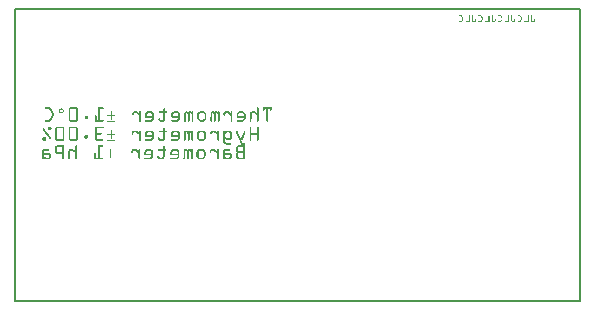
<source format=gbo>
G04 MADE WITH FRITZING*
G04 WWW.FRITZING.ORG*
G04 DOUBLE SIDED*
G04 HOLES PLATED*
G04 CONTOUR ON CENTER OF CONTOUR VECTOR*
%ASAXBY*%
%FSLAX23Y23*%
%MOIN*%
%OFA0B0*%
%SFA1.0B1.0*%
%ADD10R,1.889760X0.984252X1.873760X0.968252*%
%ADD11C,0.008000*%
%ADD12R,0.001000X0.001000*%
%LNSILK0*%
G90*
G70*
G54D11*
X4Y980D02*
X1886Y980D01*
X1886Y4D01*
X4Y4D01*
X4Y980D01*
D02*
G54D12*
X1483Y957D02*
X1491Y957D01*
X1516Y957D02*
X1518Y957D01*
X1528Y957D02*
X1529Y957D01*
X1548Y957D02*
X1557Y957D01*
X1582Y957D02*
X1583Y957D01*
X1593Y957D02*
X1595Y957D01*
X1613Y957D02*
X1622Y957D01*
X1647Y957D02*
X1649Y957D01*
X1658Y957D02*
X1660Y957D01*
X1679Y957D02*
X1687Y957D01*
X1713Y957D02*
X1714Y957D01*
X1724Y957D02*
X1725Y957D01*
X1482Y956D02*
X1492Y956D01*
X1516Y956D02*
X1518Y956D01*
X1527Y956D02*
X1529Y956D01*
X1548Y956D02*
X1558Y956D01*
X1582Y956D02*
X1584Y956D01*
X1593Y956D02*
X1595Y956D01*
X1613Y956D02*
X1623Y956D01*
X1647Y956D02*
X1649Y956D01*
X1658Y956D02*
X1660Y956D01*
X1679Y956D02*
X1688Y956D01*
X1712Y956D02*
X1714Y956D01*
X1724Y956D02*
X1726Y956D01*
X1484Y955D02*
X1493Y955D01*
X1516Y955D02*
X1518Y955D01*
X1527Y955D02*
X1529Y955D01*
X1549Y955D02*
X1558Y955D01*
X1581Y955D02*
X1584Y955D01*
X1593Y955D02*
X1595Y955D01*
X1614Y955D02*
X1624Y955D01*
X1647Y955D02*
X1649Y955D01*
X1658Y955D02*
X1660Y955D01*
X1680Y955D02*
X1689Y955D01*
X1712Y955D02*
X1714Y955D01*
X1724Y955D02*
X1726Y955D01*
X1491Y954D02*
X1493Y954D01*
X1516Y954D02*
X1518Y954D01*
X1527Y954D02*
X1529Y954D01*
X1556Y954D02*
X1559Y954D01*
X1581Y954D02*
X1584Y954D01*
X1593Y954D02*
X1595Y954D01*
X1622Y954D02*
X1624Y954D01*
X1647Y954D02*
X1649Y954D01*
X1658Y954D02*
X1660Y954D01*
X1687Y954D02*
X1689Y954D01*
X1712Y954D02*
X1714Y954D01*
X1724Y954D02*
X1726Y954D01*
X1491Y953D02*
X1494Y953D01*
X1516Y953D02*
X1518Y953D01*
X1527Y953D02*
X1529Y953D01*
X1557Y953D02*
X1559Y953D01*
X1581Y953D02*
X1584Y953D01*
X1593Y953D02*
X1595Y953D01*
X1622Y953D02*
X1625Y953D01*
X1647Y953D02*
X1649Y953D01*
X1658Y953D02*
X1660Y953D01*
X1687Y953D02*
X1690Y953D01*
X1712Y953D02*
X1714Y953D01*
X1724Y953D02*
X1726Y953D01*
X1492Y952D02*
X1494Y952D01*
X1516Y952D02*
X1518Y952D01*
X1527Y952D02*
X1529Y952D01*
X1557Y952D02*
X1560Y952D01*
X1581Y952D02*
X1584Y952D01*
X1593Y952D02*
X1595Y952D01*
X1623Y952D02*
X1625Y952D01*
X1647Y952D02*
X1649Y952D01*
X1658Y952D02*
X1660Y952D01*
X1688Y952D02*
X1690Y952D01*
X1712Y952D02*
X1714Y952D01*
X1724Y952D02*
X1726Y952D01*
X1492Y951D02*
X1495Y951D01*
X1516Y951D02*
X1518Y951D01*
X1527Y951D02*
X1529Y951D01*
X1558Y951D02*
X1560Y951D01*
X1581Y951D02*
X1584Y951D01*
X1593Y951D02*
X1595Y951D01*
X1623Y951D02*
X1626Y951D01*
X1647Y951D02*
X1649Y951D01*
X1658Y951D02*
X1660Y951D01*
X1689Y951D02*
X1691Y951D01*
X1712Y951D02*
X1714Y951D01*
X1724Y951D02*
X1726Y951D01*
X1493Y950D02*
X1495Y950D01*
X1516Y950D02*
X1518Y950D01*
X1527Y950D02*
X1529Y950D01*
X1558Y950D02*
X1561Y950D01*
X1581Y950D02*
X1584Y950D01*
X1593Y950D02*
X1595Y950D01*
X1624Y950D02*
X1626Y950D01*
X1647Y950D02*
X1649Y950D01*
X1658Y950D02*
X1660Y950D01*
X1689Y950D02*
X1691Y950D01*
X1712Y950D02*
X1714Y950D01*
X1724Y950D02*
X1726Y950D01*
X1493Y949D02*
X1496Y949D01*
X1516Y949D02*
X1518Y949D01*
X1527Y949D02*
X1529Y949D01*
X1559Y949D02*
X1561Y949D01*
X1581Y949D02*
X1584Y949D01*
X1593Y949D02*
X1595Y949D01*
X1624Y949D02*
X1627Y949D01*
X1647Y949D02*
X1649Y949D01*
X1658Y949D02*
X1660Y949D01*
X1690Y949D02*
X1692Y949D01*
X1712Y949D02*
X1714Y949D01*
X1724Y949D02*
X1726Y949D01*
X1494Y948D02*
X1496Y948D01*
X1516Y948D02*
X1518Y948D01*
X1527Y948D02*
X1529Y948D01*
X1559Y948D02*
X1561Y948D01*
X1581Y948D02*
X1584Y948D01*
X1593Y948D02*
X1595Y948D01*
X1625Y948D02*
X1627Y948D01*
X1647Y948D02*
X1649Y948D01*
X1658Y948D02*
X1660Y948D01*
X1690Y948D02*
X1692Y948D01*
X1712Y948D02*
X1714Y948D01*
X1724Y948D02*
X1726Y948D01*
X1494Y947D02*
X1496Y947D01*
X1516Y947D02*
X1518Y947D01*
X1527Y947D02*
X1529Y947D01*
X1560Y947D02*
X1562Y947D01*
X1581Y947D02*
X1584Y947D01*
X1593Y947D02*
X1595Y947D01*
X1625Y947D02*
X1627Y947D01*
X1647Y947D02*
X1649Y947D01*
X1658Y947D02*
X1660Y947D01*
X1690Y947D02*
X1692Y947D01*
X1712Y947D02*
X1714Y947D01*
X1724Y947D02*
X1726Y947D01*
X1494Y946D02*
X1496Y946D01*
X1516Y946D02*
X1518Y946D01*
X1527Y946D02*
X1529Y946D01*
X1560Y946D02*
X1562Y946D01*
X1581Y946D02*
X1584Y946D01*
X1593Y946D02*
X1595Y946D01*
X1625Y946D02*
X1627Y946D01*
X1647Y946D02*
X1649Y946D01*
X1658Y946D02*
X1660Y946D01*
X1690Y946D02*
X1693Y946D01*
X1712Y946D02*
X1714Y946D01*
X1724Y946D02*
X1726Y946D01*
X1494Y945D02*
X1496Y945D01*
X1516Y945D02*
X1518Y945D01*
X1527Y945D02*
X1529Y945D01*
X1537Y945D02*
X1537Y945D01*
X1559Y945D02*
X1562Y945D01*
X1581Y945D02*
X1584Y945D01*
X1593Y945D02*
X1595Y945D01*
X1603Y945D02*
X1603Y945D01*
X1625Y945D02*
X1627Y945D01*
X1647Y945D02*
X1649Y945D01*
X1658Y945D02*
X1660Y945D01*
X1668Y945D02*
X1668Y945D01*
X1690Y945D02*
X1692Y945D01*
X1712Y945D02*
X1714Y945D01*
X1724Y945D02*
X1726Y945D01*
X1494Y944D02*
X1496Y944D01*
X1516Y944D02*
X1518Y944D01*
X1527Y944D02*
X1529Y944D01*
X1537Y944D02*
X1538Y944D01*
X1559Y944D02*
X1561Y944D01*
X1581Y944D02*
X1584Y944D01*
X1593Y944D02*
X1595Y944D01*
X1602Y944D02*
X1604Y944D01*
X1625Y944D02*
X1627Y944D01*
X1647Y944D02*
X1649Y944D01*
X1658Y944D02*
X1660Y944D01*
X1667Y944D02*
X1669Y944D01*
X1690Y944D02*
X1692Y944D01*
X1712Y944D02*
X1714Y944D01*
X1724Y944D02*
X1726Y944D01*
X1733Y944D02*
X1734Y944D01*
X1493Y943D02*
X1496Y943D01*
X1516Y943D02*
X1518Y943D01*
X1527Y943D02*
X1529Y943D01*
X1536Y943D02*
X1538Y943D01*
X1559Y943D02*
X1561Y943D01*
X1581Y943D02*
X1584Y943D01*
X1593Y943D02*
X1595Y943D01*
X1602Y943D02*
X1604Y943D01*
X1624Y943D02*
X1626Y943D01*
X1647Y943D02*
X1649Y943D01*
X1658Y943D02*
X1660Y943D01*
X1667Y943D02*
X1669Y943D01*
X1689Y943D02*
X1692Y943D01*
X1712Y943D02*
X1714Y943D01*
X1724Y943D02*
X1726Y943D01*
X1733Y943D02*
X1735Y943D01*
X1493Y942D02*
X1495Y942D01*
X1516Y942D02*
X1518Y942D01*
X1527Y942D02*
X1529Y942D01*
X1536Y942D02*
X1538Y942D01*
X1558Y942D02*
X1561Y942D01*
X1581Y942D02*
X1584Y942D01*
X1593Y942D02*
X1595Y942D01*
X1602Y942D02*
X1604Y942D01*
X1623Y942D02*
X1626Y942D01*
X1647Y942D02*
X1649Y942D01*
X1658Y942D02*
X1660Y942D01*
X1667Y942D02*
X1669Y942D01*
X1689Y942D02*
X1691Y942D01*
X1712Y942D02*
X1714Y942D01*
X1724Y942D02*
X1726Y942D01*
X1733Y942D02*
X1735Y942D01*
X1492Y941D02*
X1495Y941D01*
X1516Y941D02*
X1518Y941D01*
X1527Y941D02*
X1529Y941D01*
X1536Y941D02*
X1538Y941D01*
X1558Y941D02*
X1560Y941D01*
X1581Y941D02*
X1584Y941D01*
X1593Y941D02*
X1595Y941D01*
X1602Y941D02*
X1604Y941D01*
X1623Y941D02*
X1625Y941D01*
X1647Y941D02*
X1649Y941D01*
X1658Y941D02*
X1660Y941D01*
X1667Y941D02*
X1669Y941D01*
X1688Y941D02*
X1691Y941D01*
X1712Y941D02*
X1714Y941D01*
X1724Y941D02*
X1726Y941D01*
X1733Y941D02*
X1735Y941D01*
X1492Y940D02*
X1494Y940D01*
X1516Y940D02*
X1518Y940D01*
X1527Y940D02*
X1529Y940D01*
X1536Y940D02*
X1538Y940D01*
X1557Y940D02*
X1560Y940D01*
X1581Y940D02*
X1584Y940D01*
X1593Y940D02*
X1595Y940D01*
X1602Y940D02*
X1604Y940D01*
X1622Y940D02*
X1625Y940D01*
X1647Y940D02*
X1649Y940D01*
X1658Y940D02*
X1660Y940D01*
X1667Y940D02*
X1669Y940D01*
X1688Y940D02*
X1690Y940D01*
X1712Y940D02*
X1714Y940D01*
X1724Y940D02*
X1726Y940D01*
X1733Y940D02*
X1735Y940D01*
X1491Y939D02*
X1494Y939D01*
X1516Y939D02*
X1518Y939D01*
X1527Y939D02*
X1529Y939D01*
X1536Y939D02*
X1538Y939D01*
X1557Y939D02*
X1559Y939D01*
X1581Y939D02*
X1584Y939D01*
X1593Y939D02*
X1595Y939D01*
X1602Y939D02*
X1604Y939D01*
X1622Y939D02*
X1624Y939D01*
X1647Y939D02*
X1649Y939D01*
X1658Y939D02*
X1660Y939D01*
X1667Y939D02*
X1669Y939D01*
X1687Y939D02*
X1690Y939D01*
X1712Y939D02*
X1714Y939D01*
X1724Y939D02*
X1726Y939D01*
X1733Y939D02*
X1735Y939D01*
X1491Y938D02*
X1493Y938D01*
X1516Y938D02*
X1518Y938D01*
X1528Y938D02*
X1530Y938D01*
X1536Y938D02*
X1538Y938D01*
X1556Y938D02*
X1559Y938D01*
X1581Y938D02*
X1584Y938D01*
X1593Y938D02*
X1595Y938D01*
X1601Y938D02*
X1604Y938D01*
X1621Y938D02*
X1624Y938D01*
X1647Y938D02*
X1649Y938D01*
X1658Y938D02*
X1661Y938D01*
X1667Y938D02*
X1669Y938D01*
X1687Y938D02*
X1689Y938D01*
X1712Y938D02*
X1714Y938D01*
X1724Y938D02*
X1726Y938D01*
X1732Y938D02*
X1734Y938D01*
X1483Y937D02*
X1493Y937D01*
X1505Y937D02*
X1518Y937D01*
X1528Y937D02*
X1538Y937D01*
X1548Y937D02*
X1558Y937D01*
X1570Y937D02*
X1584Y937D01*
X1593Y937D02*
X1603Y937D01*
X1614Y937D02*
X1623Y937D01*
X1636Y937D02*
X1649Y937D01*
X1659Y937D02*
X1669Y937D01*
X1679Y937D02*
X1689Y937D01*
X1701Y937D02*
X1714Y937D01*
X1724Y937D02*
X1734Y937D01*
X1482Y936D02*
X1492Y936D01*
X1504Y936D02*
X1518Y936D01*
X1529Y936D02*
X1537Y936D01*
X1548Y936D02*
X1557Y936D01*
X1570Y936D02*
X1584Y936D01*
X1594Y936D02*
X1603Y936D01*
X1613Y936D02*
X1623Y936D01*
X1635Y936D02*
X1649Y936D01*
X1659Y936D02*
X1668Y936D01*
X1679Y936D02*
X1688Y936D01*
X1700Y936D02*
X1714Y936D01*
X1725Y936D02*
X1733Y936D01*
X1483Y935D02*
X1491Y935D01*
X1505Y935D02*
X1518Y935D01*
X1530Y935D02*
X1536Y935D01*
X1548Y935D02*
X1556Y935D01*
X1570Y935D02*
X1584Y935D01*
X1595Y935D02*
X1601Y935D01*
X1614Y935D02*
X1622Y935D01*
X1635Y935D02*
X1649Y935D01*
X1661Y935D02*
X1667Y935D01*
X1679Y935D02*
X1687Y935D01*
X1701Y935D02*
X1714Y935D01*
X1726Y935D02*
X1732Y935D01*
X104Y650D02*
X119Y650D01*
X186Y650D02*
X208Y650D01*
X281Y650D02*
X297Y650D01*
X811Y650D02*
X813Y650D01*
X829Y650D02*
X858Y650D01*
X103Y649D02*
X121Y649D01*
X184Y649D02*
X209Y649D01*
X281Y649D02*
X298Y649D01*
X810Y649D02*
X814Y649D01*
X829Y649D02*
X858Y649D01*
X102Y648D02*
X122Y648D01*
X184Y648D02*
X210Y648D01*
X281Y648D02*
X298Y648D01*
X809Y648D02*
X814Y648D01*
X829Y648D02*
X858Y648D01*
X102Y647D02*
X123Y647D01*
X155Y647D02*
X159Y647D01*
X183Y647D02*
X211Y647D01*
X281Y647D02*
X298Y647D01*
X499Y647D02*
X502Y647D01*
X809Y647D02*
X814Y647D01*
X829Y647D02*
X858Y647D01*
X103Y646D02*
X124Y646D01*
X153Y646D02*
X161Y646D01*
X182Y646D02*
X211Y646D01*
X281Y646D02*
X298Y646D01*
X498Y646D02*
X503Y646D01*
X809Y646D02*
X814Y646D01*
X829Y646D02*
X858Y646D01*
X104Y645D02*
X124Y645D01*
X152Y645D02*
X162Y645D01*
X182Y645D02*
X211Y645D01*
X281Y645D02*
X297Y645D01*
X498Y645D02*
X503Y645D01*
X809Y645D02*
X814Y645D01*
X829Y645D02*
X858Y645D01*
X118Y644D02*
X125Y644D01*
X151Y644D02*
X155Y644D01*
X158Y644D02*
X163Y644D01*
X182Y644D02*
X187Y644D01*
X206Y644D02*
X211Y644D01*
X281Y644D02*
X287Y644D01*
X498Y644D02*
X503Y644D01*
X809Y644D02*
X814Y644D01*
X829Y644D02*
X834Y644D01*
X841Y644D02*
X846Y644D01*
X853Y644D02*
X858Y644D01*
X119Y643D02*
X125Y643D01*
X150Y643D02*
X153Y643D01*
X161Y643D02*
X164Y643D01*
X182Y643D02*
X187Y643D01*
X206Y643D02*
X211Y643D01*
X281Y643D02*
X287Y643D01*
X498Y643D02*
X503Y643D01*
X809Y643D02*
X814Y643D01*
X829Y643D02*
X834Y643D01*
X841Y643D02*
X846Y643D01*
X853Y643D02*
X858Y643D01*
X120Y642D02*
X126Y642D01*
X150Y642D02*
X152Y642D01*
X161Y642D02*
X164Y642D01*
X182Y642D02*
X187Y642D01*
X206Y642D02*
X211Y642D01*
X281Y642D02*
X287Y642D01*
X498Y642D02*
X503Y642D01*
X809Y642D02*
X814Y642D01*
X829Y642D02*
X834Y642D01*
X841Y642D02*
X846Y642D01*
X853Y642D02*
X858Y642D01*
X120Y641D02*
X126Y641D01*
X149Y641D02*
X152Y641D01*
X162Y641D02*
X164Y641D01*
X182Y641D02*
X187Y641D01*
X206Y641D02*
X211Y641D01*
X281Y641D02*
X287Y641D01*
X498Y641D02*
X503Y641D01*
X809Y641D02*
X814Y641D01*
X829Y641D02*
X834Y641D01*
X841Y641D02*
X846Y641D01*
X853Y641D02*
X858Y641D01*
X121Y640D02*
X127Y640D01*
X149Y640D02*
X152Y640D01*
X162Y640D02*
X165Y640D01*
X182Y640D02*
X187Y640D01*
X206Y640D02*
X211Y640D01*
X281Y640D02*
X287Y640D01*
X498Y640D02*
X503Y640D01*
X809Y640D02*
X814Y640D01*
X830Y640D02*
X833Y640D01*
X841Y640D02*
X846Y640D01*
X854Y640D02*
X857Y640D01*
X121Y639D02*
X127Y639D01*
X149Y639D02*
X152Y639D01*
X162Y639D02*
X165Y639D01*
X182Y639D02*
X187Y639D01*
X206Y639D02*
X211Y639D01*
X281Y639D02*
X287Y639D01*
X323Y639D02*
X325Y639D01*
X498Y639D02*
X503Y639D01*
X809Y639D02*
X814Y639D01*
X841Y639D02*
X846Y639D01*
X122Y638D02*
X128Y638D01*
X149Y638D02*
X152Y638D01*
X162Y638D02*
X165Y638D01*
X182Y638D02*
X187Y638D01*
X206Y638D02*
X211Y638D01*
X281Y638D02*
X287Y638D01*
X323Y638D02*
X325Y638D01*
X498Y638D02*
X503Y638D01*
X809Y638D02*
X814Y638D01*
X841Y638D02*
X846Y638D01*
X122Y637D02*
X128Y637D01*
X150Y637D02*
X152Y637D01*
X162Y637D02*
X164Y637D01*
X182Y637D02*
X187Y637D01*
X206Y637D02*
X211Y637D01*
X281Y637D02*
X287Y637D01*
X323Y637D02*
X325Y637D01*
X399Y637D02*
X409Y637D01*
X418Y637D02*
X421Y637D01*
X444Y637D02*
X458Y637D01*
X484Y637D02*
X508Y637D01*
X532Y637D02*
X545Y637D01*
X572Y637D02*
X577Y637D01*
X584Y637D02*
X589Y637D01*
X593Y637D02*
X596Y637D01*
X619Y637D02*
X632Y637D01*
X660Y637D02*
X664Y637D01*
X671Y637D02*
X676Y637D01*
X680Y637D02*
X683Y637D01*
X704Y637D02*
X714Y637D01*
X723Y637D02*
X726Y637D01*
X749Y637D02*
X763Y637D01*
X792Y637D02*
X801Y637D01*
X809Y637D02*
X814Y637D01*
X841Y637D02*
X846Y637D01*
X123Y636D02*
X129Y636D01*
X150Y636D02*
X153Y636D01*
X161Y636D02*
X164Y636D01*
X182Y636D02*
X187Y636D01*
X206Y636D02*
X211Y636D01*
X281Y636D02*
X287Y636D01*
X323Y636D02*
X325Y636D01*
X397Y636D02*
X410Y636D01*
X417Y636D02*
X422Y636D01*
X443Y636D02*
X460Y636D01*
X484Y636D02*
X509Y636D01*
X530Y636D02*
X547Y636D01*
X571Y636D02*
X578Y636D01*
X582Y636D02*
X590Y636D01*
X592Y636D02*
X597Y636D01*
X617Y636D02*
X634Y636D01*
X658Y636D02*
X665Y636D01*
X669Y636D02*
X677Y636D01*
X679Y636D02*
X684Y636D01*
X702Y636D02*
X715Y636D01*
X722Y636D02*
X727Y636D01*
X748Y636D02*
X765Y636D01*
X790Y636D02*
X803Y636D01*
X809Y636D02*
X814Y636D01*
X841Y636D02*
X846Y636D01*
X123Y635D02*
X129Y635D01*
X150Y635D02*
X154Y635D01*
X160Y635D02*
X163Y635D01*
X182Y635D02*
X187Y635D01*
X206Y635D02*
X211Y635D01*
X281Y635D02*
X287Y635D01*
X323Y635D02*
X325Y635D01*
X396Y635D02*
X411Y635D01*
X417Y635D02*
X422Y635D01*
X441Y635D02*
X461Y635D01*
X483Y635D02*
X509Y635D01*
X528Y635D02*
X548Y635D01*
X570Y635D02*
X597Y635D01*
X616Y635D02*
X635Y635D01*
X657Y635D02*
X684Y635D01*
X701Y635D02*
X716Y635D01*
X722Y635D02*
X727Y635D01*
X746Y635D02*
X766Y635D01*
X789Y635D02*
X804Y635D01*
X809Y635D02*
X814Y635D01*
X841Y635D02*
X846Y635D01*
X124Y634D02*
X130Y634D01*
X151Y634D02*
X163Y634D01*
X182Y634D02*
X187Y634D01*
X206Y634D02*
X211Y634D01*
X281Y634D02*
X287Y634D01*
X323Y634D02*
X325Y634D01*
X395Y634D02*
X412Y634D01*
X417Y634D02*
X422Y634D01*
X440Y634D02*
X462Y634D01*
X483Y634D02*
X509Y634D01*
X527Y634D02*
X549Y634D01*
X569Y634D02*
X597Y634D01*
X614Y634D02*
X636Y634D01*
X656Y634D02*
X684Y634D01*
X700Y634D02*
X718Y634D01*
X722Y634D02*
X727Y634D01*
X745Y634D02*
X767Y634D01*
X788Y634D02*
X806Y634D01*
X809Y634D02*
X814Y634D01*
X841Y634D02*
X846Y634D01*
X124Y633D02*
X130Y633D01*
X152Y633D02*
X162Y633D01*
X182Y633D02*
X187Y633D01*
X206Y633D02*
X211Y633D01*
X281Y633D02*
X287Y633D01*
X323Y633D02*
X325Y633D01*
X394Y633D02*
X414Y633D01*
X417Y633D02*
X422Y633D01*
X439Y633D02*
X463Y633D01*
X484Y633D02*
X509Y633D01*
X526Y633D02*
X550Y633D01*
X568Y633D02*
X597Y633D01*
X613Y633D02*
X637Y633D01*
X655Y633D02*
X684Y633D01*
X699Y633D02*
X719Y633D01*
X722Y633D02*
X727Y633D01*
X744Y633D02*
X768Y633D01*
X787Y633D02*
X814Y633D01*
X841Y633D02*
X846Y633D01*
X125Y632D02*
X130Y632D01*
X153Y632D02*
X160Y632D01*
X182Y632D02*
X187Y632D01*
X206Y632D02*
X211Y632D01*
X281Y632D02*
X287Y632D01*
X323Y632D02*
X325Y632D01*
X394Y632D02*
X415Y632D01*
X417Y632D02*
X422Y632D01*
X438Y632D02*
X464Y632D01*
X485Y632D02*
X508Y632D01*
X525Y632D02*
X551Y632D01*
X568Y632D02*
X597Y632D01*
X613Y632D02*
X638Y632D01*
X655Y632D02*
X684Y632D01*
X699Y632D02*
X720Y632D01*
X722Y632D02*
X727Y632D01*
X743Y632D02*
X769Y632D01*
X787Y632D02*
X814Y632D01*
X841Y632D02*
X846Y632D01*
X125Y631D02*
X131Y631D01*
X157Y631D02*
X157Y631D01*
X182Y631D02*
X187Y631D01*
X206Y631D02*
X211Y631D01*
X281Y631D02*
X287Y631D01*
X323Y631D02*
X325Y631D01*
X393Y631D02*
X399Y631D01*
X408Y631D02*
X422Y631D01*
X438Y631D02*
X445Y631D01*
X457Y631D02*
X464Y631D01*
X498Y631D02*
X503Y631D01*
X525Y631D02*
X532Y631D01*
X544Y631D02*
X552Y631D01*
X568Y631D02*
X573Y631D01*
X576Y631D02*
X585Y631D01*
X588Y631D02*
X597Y631D01*
X612Y631D02*
X619Y631D01*
X631Y631D02*
X639Y631D01*
X655Y631D02*
X660Y631D01*
X663Y631D02*
X672Y631D01*
X675Y631D02*
X684Y631D01*
X698Y631D02*
X704Y631D01*
X713Y631D02*
X727Y631D01*
X743Y631D02*
X750Y631D01*
X762Y631D02*
X770Y631D01*
X786Y631D02*
X792Y631D01*
X800Y631D02*
X814Y631D01*
X841Y631D02*
X846Y631D01*
X126Y630D02*
X131Y630D01*
X182Y630D02*
X187Y630D01*
X206Y630D02*
X211Y630D01*
X281Y630D02*
X287Y630D01*
X323Y630D02*
X325Y630D01*
X393Y630D02*
X398Y630D01*
X409Y630D02*
X422Y630D01*
X437Y630D02*
X444Y630D01*
X458Y630D02*
X465Y630D01*
X498Y630D02*
X503Y630D01*
X524Y630D02*
X531Y630D01*
X546Y630D02*
X552Y630D01*
X568Y630D02*
X573Y630D01*
X577Y630D02*
X584Y630D01*
X589Y630D02*
X597Y630D01*
X611Y630D02*
X618Y630D01*
X633Y630D02*
X639Y630D01*
X655Y630D02*
X660Y630D01*
X664Y630D02*
X672Y630D01*
X676Y630D02*
X684Y630D01*
X698Y630D02*
X704Y630D01*
X714Y630D02*
X727Y630D01*
X742Y630D02*
X749Y630D01*
X764Y630D02*
X770Y630D01*
X786Y630D02*
X792Y630D01*
X802Y630D02*
X814Y630D01*
X841Y630D02*
X846Y630D01*
X126Y629D02*
X131Y629D01*
X182Y629D02*
X187Y629D01*
X206Y629D02*
X211Y629D01*
X281Y629D02*
X287Y629D01*
X323Y629D02*
X325Y629D01*
X393Y629D02*
X398Y629D01*
X410Y629D02*
X422Y629D01*
X437Y629D02*
X443Y629D01*
X459Y629D02*
X465Y629D01*
X498Y629D02*
X503Y629D01*
X524Y629D02*
X530Y629D01*
X547Y629D02*
X552Y629D01*
X568Y629D02*
X573Y629D01*
X578Y629D02*
X584Y629D01*
X590Y629D02*
X597Y629D01*
X611Y629D02*
X617Y629D01*
X634Y629D02*
X640Y629D01*
X655Y629D02*
X660Y629D01*
X665Y629D02*
X672Y629D01*
X677Y629D02*
X684Y629D01*
X698Y629D02*
X703Y629D01*
X715Y629D02*
X727Y629D01*
X742Y629D02*
X748Y629D01*
X765Y629D02*
X770Y629D01*
X786Y629D02*
X791Y629D01*
X803Y629D02*
X814Y629D01*
X841Y629D02*
X846Y629D01*
X126Y628D02*
X131Y628D01*
X182Y628D02*
X187Y628D01*
X206Y628D02*
X211Y628D01*
X281Y628D02*
X287Y628D01*
X323Y628D02*
X325Y628D01*
X393Y628D02*
X398Y628D01*
X411Y628D02*
X422Y628D01*
X437Y628D02*
X442Y628D01*
X460Y628D02*
X465Y628D01*
X498Y628D02*
X503Y628D01*
X524Y628D02*
X529Y628D01*
X547Y628D02*
X553Y628D01*
X568Y628D02*
X573Y628D01*
X579Y628D02*
X584Y628D01*
X591Y628D02*
X597Y628D01*
X611Y628D02*
X616Y628D01*
X635Y628D02*
X640Y628D01*
X655Y628D02*
X660Y628D01*
X666Y628D02*
X672Y628D01*
X679Y628D02*
X684Y628D01*
X698Y628D02*
X703Y628D01*
X716Y628D02*
X727Y628D01*
X742Y628D02*
X747Y628D01*
X765Y628D02*
X771Y628D01*
X786Y628D02*
X791Y628D01*
X805Y628D02*
X814Y628D01*
X841Y628D02*
X846Y628D01*
X126Y627D02*
X131Y627D01*
X182Y627D02*
X187Y627D01*
X206Y627D02*
X211Y627D01*
X281Y627D02*
X287Y627D01*
X323Y627D02*
X325Y627D01*
X393Y627D02*
X398Y627D01*
X412Y627D02*
X422Y627D01*
X437Y627D02*
X442Y627D01*
X460Y627D02*
X466Y627D01*
X498Y627D02*
X503Y627D01*
X524Y627D02*
X529Y627D01*
X548Y627D02*
X553Y627D01*
X568Y627D02*
X573Y627D01*
X579Y627D02*
X584Y627D01*
X592Y627D02*
X597Y627D01*
X611Y627D02*
X616Y627D01*
X635Y627D02*
X640Y627D01*
X655Y627D02*
X660Y627D01*
X666Y627D02*
X672Y627D01*
X679Y627D02*
X684Y627D01*
X698Y627D02*
X703Y627D01*
X717Y627D02*
X727Y627D01*
X742Y627D02*
X747Y627D01*
X766Y627D02*
X771Y627D01*
X786Y627D02*
X791Y627D01*
X806Y627D02*
X814Y627D01*
X841Y627D02*
X846Y627D01*
X126Y626D02*
X131Y626D01*
X182Y626D02*
X187Y626D01*
X206Y626D02*
X211Y626D01*
X281Y626D02*
X287Y626D01*
X323Y626D02*
X325Y626D01*
X393Y626D02*
X398Y626D01*
X413Y626D02*
X422Y626D01*
X436Y626D02*
X442Y626D01*
X461Y626D02*
X466Y626D01*
X498Y626D02*
X503Y626D01*
X524Y626D02*
X529Y626D01*
X548Y626D02*
X553Y626D01*
X568Y626D02*
X573Y626D01*
X579Y626D02*
X584Y626D01*
X592Y626D02*
X597Y626D01*
X611Y626D02*
X616Y626D01*
X635Y626D02*
X640Y626D01*
X655Y626D02*
X660Y626D01*
X666Y626D02*
X672Y626D01*
X679Y626D02*
X684Y626D01*
X698Y626D02*
X703Y626D01*
X718Y626D02*
X727Y626D01*
X742Y626D02*
X747Y626D01*
X766Y626D02*
X771Y626D01*
X786Y626D02*
X791Y626D01*
X808Y626D02*
X814Y626D01*
X841Y626D02*
X846Y626D01*
X126Y625D02*
X131Y625D01*
X182Y625D02*
X187Y625D01*
X206Y625D02*
X211Y625D01*
X281Y625D02*
X287Y625D01*
X311Y625D02*
X337Y625D01*
X394Y625D02*
X397Y625D01*
X414Y625D02*
X422Y625D01*
X436Y625D02*
X442Y625D01*
X461Y625D02*
X466Y625D01*
X498Y625D02*
X503Y625D01*
X524Y625D02*
X529Y625D01*
X548Y625D02*
X553Y625D01*
X568Y625D02*
X573Y625D01*
X579Y625D02*
X584Y625D01*
X592Y625D02*
X597Y625D01*
X611Y625D02*
X616Y625D01*
X635Y625D02*
X640Y625D01*
X655Y625D02*
X660Y625D01*
X666Y625D02*
X672Y625D01*
X679Y625D02*
X684Y625D01*
X699Y625D02*
X702Y625D01*
X720Y625D02*
X727Y625D01*
X742Y625D02*
X747Y625D01*
X766Y625D02*
X771Y625D01*
X786Y625D02*
X791Y625D01*
X809Y625D02*
X814Y625D01*
X841Y625D02*
X846Y625D01*
X126Y624D02*
X131Y624D01*
X182Y624D02*
X187Y624D01*
X206Y624D02*
X211Y624D01*
X270Y624D02*
X273Y624D01*
X281Y624D02*
X287Y624D01*
X311Y624D02*
X337Y624D01*
X395Y624D02*
X396Y624D01*
X416Y624D02*
X422Y624D01*
X436Y624D02*
X442Y624D01*
X461Y624D02*
X466Y624D01*
X498Y624D02*
X503Y624D01*
X524Y624D02*
X529Y624D01*
X548Y624D02*
X553Y624D01*
X567Y624D02*
X573Y624D01*
X579Y624D02*
X584Y624D01*
X592Y624D02*
X597Y624D01*
X611Y624D02*
X616Y624D01*
X635Y624D02*
X640Y624D01*
X655Y624D02*
X660Y624D01*
X666Y624D02*
X672Y624D01*
X679Y624D02*
X684Y624D01*
X700Y624D02*
X701Y624D01*
X721Y624D02*
X727Y624D01*
X742Y624D02*
X747Y624D01*
X766Y624D02*
X771Y624D01*
X786Y624D02*
X791Y624D01*
X809Y624D02*
X814Y624D01*
X841Y624D02*
X846Y624D01*
X125Y623D02*
X131Y623D01*
X182Y623D02*
X187Y623D01*
X206Y623D02*
X211Y623D01*
X270Y623D02*
X274Y623D01*
X281Y623D02*
X287Y623D01*
X323Y623D02*
X325Y623D01*
X417Y623D02*
X422Y623D01*
X436Y623D02*
X442Y623D01*
X461Y623D02*
X466Y623D01*
X498Y623D02*
X503Y623D01*
X524Y623D02*
X529Y623D01*
X548Y623D02*
X553Y623D01*
X567Y623D02*
X573Y623D01*
X579Y623D02*
X584Y623D01*
X592Y623D02*
X597Y623D01*
X611Y623D02*
X616Y623D01*
X635Y623D02*
X640Y623D01*
X655Y623D02*
X660Y623D01*
X666Y623D02*
X672Y623D01*
X679Y623D02*
X684Y623D01*
X722Y623D02*
X727Y623D01*
X742Y623D02*
X747Y623D01*
X766Y623D02*
X771Y623D01*
X786Y623D02*
X791Y623D01*
X809Y623D02*
X814Y623D01*
X841Y623D02*
X846Y623D01*
X125Y622D02*
X130Y622D01*
X182Y622D02*
X187Y622D01*
X206Y622D02*
X211Y622D01*
X237Y622D02*
X244Y622D01*
X269Y622D02*
X274Y622D01*
X281Y622D02*
X287Y622D01*
X323Y622D02*
X325Y622D01*
X417Y622D02*
X422Y622D01*
X436Y622D02*
X466Y622D01*
X498Y622D02*
X503Y622D01*
X524Y622D02*
X553Y622D01*
X567Y622D02*
X573Y622D01*
X579Y622D02*
X584Y622D01*
X592Y622D02*
X597Y622D01*
X611Y622D02*
X616Y622D01*
X635Y622D02*
X640Y622D01*
X655Y622D02*
X660Y622D01*
X666Y622D02*
X672Y622D01*
X679Y622D02*
X684Y622D01*
X722Y622D02*
X727Y622D01*
X742Y622D02*
X771Y622D01*
X786Y622D02*
X791Y622D01*
X809Y622D02*
X814Y622D01*
X841Y622D02*
X846Y622D01*
X124Y621D02*
X130Y621D01*
X182Y621D02*
X187Y621D01*
X206Y621D02*
X211Y621D01*
X235Y621D02*
X245Y621D01*
X269Y621D02*
X275Y621D01*
X281Y621D02*
X287Y621D01*
X323Y621D02*
X325Y621D01*
X417Y621D02*
X422Y621D01*
X436Y621D02*
X466Y621D01*
X498Y621D02*
X503Y621D01*
X524Y621D02*
X553Y621D01*
X567Y621D02*
X572Y621D01*
X579Y621D02*
X584Y621D01*
X592Y621D02*
X597Y621D01*
X611Y621D02*
X616Y621D01*
X635Y621D02*
X640Y621D01*
X655Y621D02*
X660Y621D01*
X666Y621D02*
X672Y621D01*
X679Y621D02*
X684Y621D01*
X722Y621D02*
X727Y621D01*
X742Y621D02*
X771Y621D01*
X786Y621D02*
X791Y621D01*
X809Y621D02*
X814Y621D01*
X841Y621D02*
X846Y621D01*
X124Y620D02*
X130Y620D01*
X182Y620D02*
X187Y620D01*
X206Y620D02*
X211Y620D01*
X235Y620D02*
X246Y620D01*
X269Y620D02*
X275Y620D01*
X281Y620D02*
X287Y620D01*
X323Y620D02*
X325Y620D01*
X417Y620D02*
X422Y620D01*
X436Y620D02*
X466Y620D01*
X498Y620D02*
X503Y620D01*
X524Y620D02*
X553Y620D01*
X567Y620D02*
X572Y620D01*
X579Y620D02*
X584Y620D01*
X592Y620D02*
X597Y620D01*
X611Y620D02*
X616Y620D01*
X635Y620D02*
X640Y620D01*
X655Y620D02*
X660Y620D01*
X666Y620D02*
X672Y620D01*
X679Y620D02*
X684Y620D01*
X722Y620D02*
X727Y620D01*
X742Y620D02*
X771Y620D01*
X786Y620D02*
X791Y620D01*
X809Y620D02*
X814Y620D01*
X841Y620D02*
X846Y620D01*
X123Y619D02*
X129Y619D01*
X182Y619D02*
X187Y619D01*
X206Y619D02*
X211Y619D01*
X235Y619D02*
X246Y619D01*
X269Y619D02*
X275Y619D01*
X281Y619D02*
X287Y619D01*
X323Y619D02*
X325Y619D01*
X417Y619D02*
X422Y619D01*
X437Y619D02*
X466Y619D01*
X498Y619D02*
X503Y619D01*
X524Y619D02*
X553Y619D01*
X567Y619D02*
X572Y619D01*
X579Y619D02*
X584Y619D01*
X592Y619D02*
X597Y619D01*
X611Y619D02*
X616Y619D01*
X635Y619D02*
X640Y619D01*
X654Y619D02*
X660Y619D01*
X666Y619D02*
X672Y619D01*
X679Y619D02*
X684Y619D01*
X722Y619D02*
X727Y619D01*
X742Y619D02*
X771Y619D01*
X786Y619D02*
X791Y619D01*
X809Y619D02*
X814Y619D01*
X841Y619D02*
X846Y619D01*
X123Y618D02*
X129Y618D01*
X182Y618D02*
X187Y618D01*
X206Y618D02*
X211Y618D01*
X235Y618D02*
X246Y618D01*
X269Y618D02*
X275Y618D01*
X281Y618D02*
X287Y618D01*
X323Y618D02*
X325Y618D01*
X417Y618D02*
X422Y618D01*
X437Y618D02*
X466Y618D01*
X498Y618D02*
X503Y618D01*
X524Y618D02*
X553Y618D01*
X567Y618D02*
X572Y618D01*
X579Y618D02*
X584Y618D01*
X592Y618D02*
X597Y618D01*
X611Y618D02*
X616Y618D01*
X635Y618D02*
X640Y618D01*
X654Y618D02*
X660Y618D01*
X666Y618D02*
X672Y618D01*
X679Y618D02*
X684Y618D01*
X722Y618D02*
X727Y618D01*
X742Y618D02*
X771Y618D01*
X786Y618D02*
X791Y618D01*
X809Y618D02*
X814Y618D01*
X841Y618D02*
X846Y618D01*
X122Y617D02*
X128Y617D01*
X182Y617D02*
X187Y617D01*
X206Y617D02*
X211Y617D01*
X235Y617D02*
X246Y617D01*
X269Y617D02*
X275Y617D01*
X281Y617D02*
X287Y617D01*
X323Y617D02*
X325Y617D01*
X417Y617D02*
X422Y617D01*
X438Y617D02*
X466Y617D01*
X498Y617D02*
X503Y617D01*
X525Y617D02*
X553Y617D01*
X567Y617D02*
X572Y617D01*
X579Y617D02*
X584Y617D01*
X592Y617D02*
X597Y617D01*
X611Y617D02*
X616Y617D01*
X635Y617D02*
X640Y617D01*
X654Y617D02*
X660Y617D01*
X666Y617D02*
X672Y617D01*
X679Y617D02*
X684Y617D01*
X722Y617D02*
X727Y617D01*
X743Y617D02*
X771Y617D01*
X786Y617D02*
X791Y617D01*
X809Y617D02*
X814Y617D01*
X841Y617D02*
X846Y617D01*
X122Y616D02*
X128Y616D01*
X182Y616D02*
X187Y616D01*
X206Y616D02*
X211Y616D01*
X235Y616D02*
X246Y616D01*
X269Y616D02*
X275Y616D01*
X281Y616D02*
X287Y616D01*
X323Y616D02*
X325Y616D01*
X417Y616D02*
X422Y616D01*
X460Y616D02*
X466Y616D01*
X498Y616D02*
X503Y616D01*
X547Y616D02*
X553Y616D01*
X567Y616D02*
X572Y616D01*
X579Y616D02*
X584Y616D01*
X592Y616D02*
X597Y616D01*
X611Y616D02*
X616Y616D01*
X635Y616D02*
X640Y616D01*
X654Y616D02*
X659Y616D01*
X666Y616D02*
X672Y616D01*
X679Y616D02*
X684Y616D01*
X722Y616D02*
X727Y616D01*
X765Y616D02*
X771Y616D01*
X786Y616D02*
X791Y616D01*
X809Y616D02*
X814Y616D01*
X841Y616D02*
X846Y616D01*
X121Y615D02*
X127Y615D01*
X182Y615D02*
X187Y615D01*
X206Y615D02*
X211Y615D01*
X235Y615D02*
X246Y615D01*
X269Y615D02*
X275Y615D01*
X281Y615D02*
X287Y615D01*
X323Y615D02*
X325Y615D01*
X417Y615D02*
X422Y615D01*
X461Y615D02*
X466Y615D01*
X498Y615D02*
X503Y615D01*
X548Y615D02*
X553Y615D01*
X567Y615D02*
X572Y615D01*
X579Y615D02*
X584Y615D01*
X592Y615D02*
X597Y615D01*
X611Y615D02*
X616Y615D01*
X635Y615D02*
X640Y615D01*
X654Y615D02*
X659Y615D01*
X666Y615D02*
X672Y615D01*
X679Y615D02*
X684Y615D01*
X722Y615D02*
X727Y615D01*
X766Y615D02*
X771Y615D01*
X786Y615D02*
X791Y615D01*
X809Y615D02*
X814Y615D01*
X841Y615D02*
X846Y615D01*
X121Y614D02*
X127Y614D01*
X182Y614D02*
X187Y614D01*
X206Y614D02*
X211Y614D01*
X235Y614D02*
X246Y614D01*
X269Y614D02*
X275Y614D01*
X281Y614D02*
X287Y614D01*
X323Y614D02*
X325Y614D01*
X417Y614D02*
X422Y614D01*
X460Y614D02*
X466Y614D01*
X482Y614D02*
X484Y614D01*
X498Y614D02*
X503Y614D01*
X548Y614D02*
X553Y614D01*
X567Y614D02*
X572Y614D01*
X579Y614D02*
X584Y614D01*
X592Y614D02*
X597Y614D01*
X611Y614D02*
X616Y614D01*
X635Y614D02*
X640Y614D01*
X654Y614D02*
X659Y614D01*
X666Y614D02*
X672Y614D01*
X679Y614D02*
X684Y614D01*
X722Y614D02*
X727Y614D01*
X766Y614D02*
X771Y614D01*
X786Y614D02*
X791Y614D01*
X809Y614D02*
X814Y614D01*
X841Y614D02*
X846Y614D01*
X120Y613D02*
X126Y613D01*
X182Y613D02*
X187Y613D01*
X206Y613D02*
X211Y613D01*
X235Y613D02*
X246Y613D01*
X269Y613D02*
X275Y613D01*
X281Y613D02*
X287Y613D01*
X323Y613D02*
X325Y613D01*
X417Y613D02*
X422Y613D01*
X460Y613D02*
X466Y613D01*
X481Y613D02*
X485Y613D01*
X498Y613D02*
X503Y613D01*
X547Y613D02*
X553Y613D01*
X567Y613D02*
X572Y613D01*
X579Y613D02*
X584Y613D01*
X592Y613D02*
X597Y613D01*
X611Y613D02*
X616Y613D01*
X635Y613D02*
X640Y613D01*
X654Y613D02*
X659Y613D01*
X666Y613D02*
X672Y613D01*
X679Y613D02*
X684Y613D01*
X722Y613D02*
X727Y613D01*
X765Y613D02*
X771Y613D01*
X785Y613D02*
X791Y613D01*
X809Y613D02*
X814Y613D01*
X841Y613D02*
X846Y613D01*
X120Y612D02*
X126Y612D01*
X182Y612D02*
X187Y612D01*
X206Y612D02*
X211Y612D01*
X236Y612D02*
X245Y612D01*
X269Y612D02*
X275Y612D01*
X281Y612D02*
X287Y612D01*
X323Y612D02*
X325Y612D01*
X417Y612D02*
X422Y612D01*
X460Y612D02*
X465Y612D01*
X480Y612D02*
X485Y612D01*
X498Y612D02*
X503Y612D01*
X547Y612D02*
X553Y612D01*
X567Y612D02*
X572Y612D01*
X579Y612D02*
X584Y612D01*
X592Y612D02*
X597Y612D01*
X611Y612D02*
X617Y612D01*
X634Y612D02*
X640Y612D01*
X654Y612D02*
X659Y612D01*
X666Y612D02*
X672Y612D01*
X679Y612D02*
X684Y612D01*
X722Y612D02*
X727Y612D01*
X765Y612D02*
X771Y612D01*
X785Y612D02*
X791Y612D01*
X809Y612D02*
X814Y612D01*
X841Y612D02*
X846Y612D01*
X119Y611D02*
X125Y611D01*
X182Y611D02*
X187Y611D01*
X206Y611D02*
X211Y611D01*
X238Y611D02*
X243Y611D01*
X269Y611D02*
X275Y611D01*
X281Y611D02*
X287Y611D01*
X323Y611D02*
X325Y611D01*
X417Y611D02*
X422Y611D01*
X458Y611D02*
X465Y611D01*
X480Y611D02*
X486Y611D01*
X498Y611D02*
X503Y611D01*
X546Y611D02*
X552Y611D01*
X567Y611D02*
X572Y611D01*
X579Y611D02*
X584Y611D01*
X592Y611D02*
X597Y611D01*
X611Y611D02*
X618Y611D01*
X633Y611D02*
X639Y611D01*
X654Y611D02*
X659Y611D01*
X666Y611D02*
X672Y611D01*
X679Y611D02*
X684Y611D01*
X722Y611D02*
X727Y611D01*
X764Y611D02*
X770Y611D01*
X785Y611D02*
X791Y611D01*
X809Y611D02*
X814Y611D01*
X841Y611D02*
X846Y611D01*
X118Y610D02*
X125Y610D01*
X182Y610D02*
X187Y610D01*
X206Y610D02*
X211Y610D01*
X269Y610D02*
X275Y610D01*
X281Y610D02*
X287Y610D01*
X323Y610D02*
X325Y610D01*
X417Y610D02*
X422Y610D01*
X457Y610D02*
X465Y610D01*
X480Y610D02*
X487Y610D01*
X497Y610D02*
X503Y610D01*
X544Y610D02*
X552Y610D01*
X567Y610D02*
X572Y610D01*
X579Y610D02*
X584Y610D01*
X592Y610D02*
X597Y610D01*
X612Y610D02*
X619Y610D01*
X631Y610D02*
X639Y610D01*
X654Y610D02*
X659Y610D01*
X666Y610D02*
X672Y610D01*
X679Y610D02*
X684Y610D01*
X722Y610D02*
X727Y610D01*
X762Y610D02*
X770Y610D01*
X785Y610D02*
X790Y610D01*
X809Y610D02*
X814Y610D01*
X841Y610D02*
X846Y610D01*
X104Y609D02*
X124Y609D01*
X182Y609D02*
X211Y609D01*
X269Y609D02*
X297Y609D01*
X417Y609D02*
X422Y609D01*
X438Y609D02*
X464Y609D01*
X481Y609D02*
X503Y609D01*
X525Y609D02*
X551Y609D01*
X567Y609D02*
X572Y609D01*
X579Y609D02*
X584Y609D01*
X592Y609D02*
X597Y609D01*
X613Y609D02*
X638Y609D01*
X654Y609D02*
X659Y609D01*
X666Y609D02*
X672Y609D01*
X679Y609D02*
X684Y609D01*
X722Y609D02*
X727Y609D01*
X743Y609D02*
X769Y609D01*
X785Y609D02*
X790Y609D01*
X809Y609D02*
X814Y609D01*
X841Y609D02*
X846Y609D01*
X103Y608D02*
X124Y608D01*
X182Y608D02*
X211Y608D01*
X269Y608D02*
X298Y608D01*
X417Y608D02*
X422Y608D01*
X437Y608D02*
X463Y608D01*
X481Y608D02*
X502Y608D01*
X524Y608D02*
X550Y608D01*
X567Y608D02*
X572Y608D01*
X579Y608D02*
X584Y608D01*
X592Y608D02*
X597Y608D01*
X614Y608D02*
X638Y608D01*
X654Y608D02*
X659Y608D01*
X666Y608D02*
X672Y608D01*
X679Y608D02*
X684Y608D01*
X722Y608D02*
X727Y608D01*
X742Y608D02*
X768Y608D01*
X785Y608D02*
X790Y608D01*
X809Y608D02*
X814Y608D01*
X841Y608D02*
X846Y608D01*
X102Y607D02*
X123Y607D01*
X183Y607D02*
X211Y607D01*
X269Y607D02*
X298Y607D01*
X417Y607D02*
X422Y607D01*
X437Y607D02*
X462Y607D01*
X482Y607D02*
X501Y607D01*
X524Y607D02*
X549Y607D01*
X567Y607D02*
X572Y607D01*
X579Y607D02*
X584Y607D01*
X592Y607D02*
X597Y607D01*
X615Y607D02*
X636Y607D01*
X654Y607D02*
X659Y607D01*
X666Y607D02*
X672Y607D01*
X679Y607D02*
X684Y607D01*
X722Y607D02*
X727Y607D01*
X742Y607D02*
X767Y607D01*
X785Y607D02*
X790Y607D01*
X809Y607D02*
X814Y607D01*
X841Y607D02*
X846Y607D01*
X102Y606D02*
X122Y606D01*
X183Y606D02*
X210Y606D01*
X269Y606D02*
X298Y606D01*
X417Y606D02*
X422Y606D01*
X437Y606D02*
X461Y606D01*
X483Y606D02*
X501Y606D01*
X524Y606D02*
X548Y606D01*
X567Y606D02*
X572Y606D01*
X579Y606D02*
X584Y606D01*
X592Y606D02*
X597Y606D01*
X616Y606D02*
X635Y606D01*
X654Y606D02*
X659Y606D01*
X667Y606D02*
X672Y606D01*
X679Y606D02*
X684Y606D01*
X722Y606D02*
X727Y606D01*
X742Y606D02*
X766Y606D01*
X785Y606D02*
X790Y606D01*
X809Y606D02*
X814Y606D01*
X841Y606D02*
X846Y606D01*
X103Y605D02*
X121Y605D01*
X184Y605D02*
X209Y605D01*
X270Y605D02*
X298Y605D01*
X311Y605D02*
X337Y605D01*
X417Y605D02*
X422Y605D01*
X437Y605D02*
X460Y605D01*
X484Y605D02*
X499Y605D01*
X524Y605D02*
X547Y605D01*
X567Y605D02*
X572Y605D01*
X580Y605D02*
X584Y605D01*
X592Y605D02*
X597Y605D01*
X617Y605D02*
X634Y605D01*
X654Y605D02*
X659Y605D01*
X667Y605D02*
X671Y605D01*
X679Y605D02*
X684Y605D01*
X722Y605D02*
X727Y605D01*
X742Y605D02*
X765Y605D01*
X786Y605D02*
X790Y605D01*
X810Y605D02*
X814Y605D01*
X841Y605D02*
X846Y605D01*
X104Y604D02*
X119Y604D01*
X186Y604D02*
X208Y604D01*
X271Y604D02*
X297Y604D01*
X311Y604D02*
X337Y604D01*
X418Y604D02*
X421Y604D01*
X438Y604D02*
X458Y604D01*
X486Y604D02*
X498Y604D01*
X525Y604D02*
X545Y604D01*
X568Y604D02*
X571Y604D01*
X581Y604D02*
X583Y604D01*
X593Y604D02*
X596Y604D01*
X619Y604D02*
X632Y604D01*
X655Y604D02*
X658Y604D01*
X668Y604D02*
X670Y604D01*
X680Y604D02*
X683Y604D01*
X723Y604D02*
X726Y604D01*
X743Y604D02*
X763Y604D01*
X786Y604D02*
X789Y604D01*
X810Y604D02*
X813Y604D01*
X842Y604D02*
X845Y604D01*
X114Y586D02*
X121Y586D01*
X143Y586D02*
X163Y586D01*
X186Y586D02*
X206Y586D01*
X273Y586D02*
X296Y586D01*
X787Y586D02*
X788Y586D01*
X811Y586D02*
X812Y586D01*
X113Y585D02*
X123Y585D01*
X141Y585D02*
X164Y585D01*
X184Y585D02*
X208Y585D01*
X271Y585D02*
X297Y585D01*
X785Y585D02*
X789Y585D01*
X809Y585D02*
X813Y585D01*
X113Y584D02*
X123Y584D01*
X139Y584D02*
X166Y584D01*
X183Y584D02*
X209Y584D01*
X270Y584D02*
X298Y584D01*
X785Y584D02*
X790Y584D01*
X809Y584D02*
X814Y584D01*
X112Y583D02*
X123Y583D01*
X139Y583D02*
X166Y583D01*
X182Y583D02*
X210Y583D01*
X270Y583D02*
X298Y583D01*
X499Y583D02*
X501Y583D01*
X785Y583D02*
X790Y583D01*
X809Y583D02*
X814Y583D01*
X112Y582D02*
X124Y582D01*
X138Y582D02*
X167Y582D01*
X182Y582D02*
X210Y582D01*
X269Y582D02*
X298Y582D01*
X498Y582D02*
X502Y582D01*
X785Y582D02*
X790Y582D01*
X809Y582D02*
X814Y582D01*
X97Y581D02*
X97Y581D01*
X112Y581D02*
X124Y581D01*
X138Y581D02*
X167Y581D01*
X182Y581D02*
X211Y581D01*
X269Y581D02*
X297Y581D01*
X498Y581D02*
X502Y581D01*
X785Y581D02*
X790Y581D01*
X809Y581D02*
X814Y581D01*
X95Y580D02*
X99Y580D01*
X112Y580D02*
X124Y580D01*
X138Y580D02*
X143Y580D01*
X162Y580D02*
X167Y580D01*
X182Y580D02*
X187Y580D01*
X205Y580D02*
X211Y580D01*
X269Y580D02*
X274Y580D01*
X497Y580D02*
X503Y580D01*
X785Y580D02*
X790Y580D01*
X809Y580D02*
X814Y580D01*
X95Y579D02*
X100Y579D01*
X112Y579D02*
X124Y579D01*
X138Y579D02*
X143Y579D01*
X162Y579D02*
X167Y579D01*
X182Y579D02*
X187Y579D01*
X206Y579D02*
X211Y579D01*
X269Y579D02*
X274Y579D01*
X497Y579D02*
X503Y579D01*
X785Y579D02*
X790Y579D01*
X809Y579D02*
X814Y579D01*
X94Y578D02*
X100Y578D01*
X112Y578D02*
X123Y578D01*
X138Y578D02*
X143Y578D01*
X162Y578D02*
X167Y578D01*
X182Y578D02*
X187Y578D01*
X206Y578D02*
X211Y578D01*
X269Y578D02*
X274Y578D01*
X497Y578D02*
X503Y578D01*
X785Y578D02*
X790Y578D01*
X809Y578D02*
X814Y578D01*
X95Y577D02*
X101Y577D01*
X113Y577D02*
X123Y577D01*
X138Y577D02*
X143Y577D01*
X162Y577D02*
X167Y577D01*
X182Y577D02*
X187Y577D01*
X206Y577D02*
X211Y577D01*
X269Y577D02*
X274Y577D01*
X497Y577D02*
X503Y577D01*
X785Y577D02*
X790Y577D01*
X809Y577D02*
X814Y577D01*
X95Y576D02*
X102Y576D01*
X113Y576D02*
X123Y576D01*
X138Y576D02*
X143Y576D01*
X162Y576D02*
X167Y576D01*
X182Y576D02*
X187Y576D01*
X206Y576D02*
X211Y576D01*
X269Y576D02*
X274Y576D01*
X497Y576D02*
X503Y576D01*
X785Y576D02*
X790Y576D01*
X809Y576D02*
X814Y576D01*
X96Y575D02*
X103Y575D01*
X115Y575D02*
X121Y575D01*
X138Y575D02*
X143Y575D01*
X162Y575D02*
X167Y575D01*
X182Y575D02*
X187Y575D01*
X206Y575D02*
X211Y575D01*
X269Y575D02*
X274Y575D01*
X323Y575D02*
X324Y575D01*
X497Y575D02*
X503Y575D01*
X785Y575D02*
X790Y575D01*
X809Y575D02*
X814Y575D01*
X97Y574D02*
X103Y574D01*
X138Y574D02*
X143Y574D01*
X162Y574D02*
X167Y574D01*
X182Y574D02*
X187Y574D01*
X206Y574D02*
X211Y574D01*
X269Y574D02*
X274Y574D01*
X323Y574D02*
X324Y574D01*
X497Y574D02*
X503Y574D01*
X785Y574D02*
X790Y574D01*
X809Y574D02*
X814Y574D01*
X97Y573D02*
X104Y573D01*
X138Y573D02*
X143Y573D01*
X162Y573D02*
X167Y573D01*
X182Y573D02*
X187Y573D01*
X206Y573D02*
X211Y573D01*
X269Y573D02*
X274Y573D01*
X323Y573D02*
X324Y573D01*
X399Y573D02*
X408Y573D01*
X418Y573D02*
X420Y573D01*
X445Y573D02*
X456Y573D01*
X484Y573D02*
X507Y573D01*
X532Y573D02*
X543Y573D01*
X573Y573D02*
X575Y573D01*
X584Y573D02*
X587Y573D01*
X593Y573D02*
X595Y573D01*
X619Y573D02*
X631Y573D01*
X660Y573D02*
X669Y573D01*
X680Y573D02*
X681Y573D01*
X699Y573D02*
X701Y573D01*
X709Y573D02*
X718Y573D01*
X743Y573D02*
X744Y573D01*
X767Y573D02*
X768Y573D01*
X785Y573D02*
X790Y573D01*
X809Y573D02*
X814Y573D01*
X98Y572D02*
X105Y572D01*
X138Y572D02*
X143Y572D01*
X162Y572D02*
X167Y572D01*
X182Y572D02*
X187Y572D01*
X206Y572D02*
X211Y572D01*
X269Y572D02*
X274Y572D01*
X323Y572D02*
X324Y572D01*
X397Y572D02*
X409Y572D01*
X417Y572D02*
X421Y572D01*
X442Y572D02*
X458Y572D01*
X483Y572D02*
X508Y572D01*
X530Y572D02*
X546Y572D01*
X571Y572D02*
X577Y572D01*
X582Y572D02*
X589Y572D01*
X592Y572D02*
X596Y572D01*
X617Y572D02*
X633Y572D01*
X658Y572D02*
X671Y572D01*
X678Y572D02*
X682Y572D01*
X698Y572D02*
X702Y572D01*
X707Y572D02*
X720Y572D01*
X742Y572D02*
X746Y572D01*
X766Y572D02*
X770Y572D01*
X785Y572D02*
X790Y572D01*
X809Y572D02*
X814Y572D01*
X99Y571D02*
X106Y571D01*
X138Y571D02*
X143Y571D01*
X162Y571D02*
X167Y571D01*
X182Y571D02*
X187Y571D01*
X206Y571D02*
X211Y571D01*
X269Y571D02*
X274Y571D01*
X323Y571D02*
X324Y571D01*
X395Y571D02*
X410Y571D01*
X416Y571D02*
X421Y571D01*
X441Y571D02*
X460Y571D01*
X483Y571D02*
X508Y571D01*
X528Y571D02*
X547Y571D01*
X569Y571D02*
X579Y571D01*
X581Y571D02*
X596Y571D01*
X615Y571D02*
X634Y571D01*
X657Y571D02*
X672Y571D01*
X678Y571D02*
X683Y571D01*
X698Y571D02*
X702Y571D01*
X706Y571D02*
X721Y571D01*
X741Y571D02*
X746Y571D01*
X765Y571D02*
X770Y571D01*
X785Y571D02*
X790Y571D01*
X809Y571D02*
X814Y571D01*
X100Y570D02*
X107Y570D01*
X138Y570D02*
X143Y570D01*
X162Y570D02*
X167Y570D01*
X182Y570D02*
X187Y570D01*
X206Y570D02*
X211Y570D01*
X269Y570D02*
X274Y570D01*
X323Y570D02*
X324Y570D01*
X394Y570D02*
X411Y570D01*
X416Y570D02*
X421Y570D01*
X440Y570D02*
X461Y570D01*
X483Y570D02*
X508Y570D01*
X527Y570D02*
X548Y570D01*
X568Y570D02*
X596Y570D01*
X614Y570D02*
X635Y570D01*
X656Y570D02*
X673Y570D01*
X678Y570D02*
X683Y570D01*
X697Y570D02*
X702Y570D01*
X704Y570D02*
X723Y570D01*
X741Y570D02*
X746Y570D01*
X765Y570D02*
X770Y570D01*
X785Y570D02*
X790Y570D01*
X809Y570D02*
X814Y570D01*
X101Y569D02*
X107Y569D01*
X138Y569D02*
X143Y569D01*
X162Y569D02*
X167Y569D01*
X182Y569D02*
X187Y569D01*
X206Y569D02*
X211Y569D01*
X269Y569D02*
X274Y569D01*
X323Y569D02*
X324Y569D01*
X394Y569D02*
X413Y569D01*
X416Y569D02*
X421Y569D01*
X439Y569D02*
X462Y569D01*
X483Y569D02*
X508Y569D01*
X526Y569D02*
X549Y569D01*
X568Y569D02*
X596Y569D01*
X613Y569D02*
X636Y569D01*
X655Y569D02*
X674Y569D01*
X678Y569D02*
X683Y569D01*
X697Y569D02*
X724Y569D01*
X741Y569D02*
X746Y569D01*
X765Y569D02*
X770Y569D01*
X785Y569D02*
X790Y569D01*
X809Y569D02*
X814Y569D01*
X101Y568D02*
X108Y568D01*
X138Y568D02*
X143Y568D01*
X162Y568D02*
X167Y568D01*
X182Y568D02*
X187Y568D01*
X206Y568D02*
X211Y568D01*
X269Y568D02*
X274Y568D01*
X323Y568D02*
X324Y568D01*
X393Y568D02*
X414Y568D01*
X416Y568D02*
X421Y568D01*
X438Y568D02*
X463Y568D01*
X484Y568D02*
X507Y568D01*
X525Y568D02*
X550Y568D01*
X567Y568D02*
X596Y568D01*
X612Y568D02*
X637Y568D01*
X655Y568D02*
X675Y568D01*
X678Y568D02*
X683Y568D01*
X697Y568D02*
X725Y568D01*
X741Y568D02*
X746Y568D01*
X765Y568D02*
X770Y568D01*
X785Y568D02*
X790Y568D01*
X809Y568D02*
X814Y568D01*
X102Y567D02*
X109Y567D01*
X138Y567D02*
X143Y567D01*
X162Y567D02*
X167Y567D01*
X182Y567D02*
X187Y567D01*
X206Y567D02*
X211Y567D01*
X269Y567D02*
X274Y567D01*
X323Y567D02*
X324Y567D01*
X393Y567D02*
X399Y567D01*
X406Y567D02*
X421Y567D01*
X437Y567D02*
X445Y567D01*
X456Y567D02*
X464Y567D01*
X497Y567D02*
X503Y567D01*
X524Y567D02*
X532Y567D01*
X543Y567D02*
X551Y567D01*
X567Y567D02*
X573Y567D01*
X575Y567D02*
X584Y567D01*
X587Y567D02*
X596Y567D01*
X611Y567D02*
X619Y567D01*
X630Y567D02*
X638Y567D01*
X654Y567D02*
X661Y567D01*
X668Y567D02*
X683Y567D01*
X697Y567D02*
X710Y567D01*
X717Y567D02*
X725Y567D01*
X741Y567D02*
X746Y567D01*
X765Y567D02*
X770Y567D01*
X785Y567D02*
X790Y567D01*
X809Y567D02*
X814Y567D01*
X103Y566D02*
X110Y566D01*
X138Y566D02*
X143Y566D01*
X162Y566D02*
X167Y566D01*
X182Y566D02*
X187Y566D01*
X206Y566D02*
X211Y566D01*
X269Y566D02*
X276Y566D01*
X323Y566D02*
X324Y566D01*
X392Y566D02*
X398Y566D01*
X408Y566D02*
X421Y566D01*
X437Y566D02*
X443Y566D01*
X457Y566D02*
X464Y566D01*
X497Y566D02*
X503Y566D01*
X524Y566D02*
X530Y566D01*
X545Y566D02*
X551Y566D01*
X567Y566D02*
X572Y566D01*
X576Y566D02*
X584Y566D01*
X588Y566D02*
X596Y566D01*
X611Y566D02*
X618Y566D01*
X632Y566D02*
X639Y566D01*
X654Y566D02*
X660Y566D01*
X669Y566D02*
X683Y566D01*
X697Y566D02*
X708Y566D01*
X719Y566D02*
X726Y566D01*
X741Y566D02*
X746Y566D01*
X765Y566D02*
X770Y566D01*
X785Y566D02*
X790Y566D01*
X808Y566D02*
X814Y566D01*
X104Y565D02*
X110Y565D01*
X138Y565D02*
X143Y565D01*
X162Y565D02*
X167Y565D01*
X182Y565D02*
X187Y565D01*
X206Y565D02*
X211Y565D01*
X270Y565D02*
X291Y565D01*
X323Y565D02*
X324Y565D01*
X392Y565D02*
X397Y565D01*
X409Y565D02*
X421Y565D01*
X436Y565D02*
X442Y565D01*
X458Y565D02*
X465Y565D01*
X497Y565D02*
X503Y565D01*
X523Y565D02*
X529Y565D01*
X546Y565D02*
X552Y565D01*
X567Y565D02*
X572Y565D01*
X577Y565D02*
X584Y565D01*
X589Y565D02*
X596Y565D01*
X611Y565D02*
X617Y565D01*
X633Y565D02*
X639Y565D01*
X654Y565D02*
X659Y565D01*
X670Y565D02*
X683Y565D01*
X697Y565D02*
X707Y565D01*
X720Y565D02*
X726Y565D01*
X741Y565D02*
X746Y565D01*
X765Y565D02*
X770Y565D01*
X785Y565D02*
X814Y565D01*
X104Y564D02*
X111Y564D01*
X138Y564D02*
X143Y564D01*
X162Y564D02*
X167Y564D01*
X182Y564D02*
X187Y564D01*
X206Y564D02*
X211Y564D01*
X270Y564D02*
X291Y564D01*
X323Y564D02*
X324Y564D01*
X392Y564D02*
X397Y564D01*
X410Y564D02*
X421Y564D01*
X436Y564D02*
X441Y564D01*
X459Y564D02*
X465Y564D01*
X497Y564D02*
X503Y564D01*
X523Y564D02*
X529Y564D01*
X547Y564D02*
X552Y564D01*
X567Y564D02*
X572Y564D01*
X578Y564D02*
X584Y564D01*
X590Y564D02*
X596Y564D01*
X610Y564D02*
X616Y564D01*
X634Y564D02*
X639Y564D01*
X654Y564D02*
X659Y564D01*
X672Y564D02*
X683Y564D01*
X697Y564D02*
X706Y564D01*
X721Y564D02*
X726Y564D01*
X741Y564D02*
X747Y564D01*
X764Y564D02*
X770Y564D01*
X785Y564D02*
X814Y564D01*
X105Y563D02*
X112Y563D01*
X138Y563D02*
X143Y563D01*
X162Y563D02*
X167Y563D01*
X182Y563D02*
X187Y563D01*
X206Y563D02*
X211Y563D01*
X271Y563D02*
X292Y563D01*
X323Y563D02*
X324Y563D01*
X392Y563D02*
X397Y563D01*
X411Y563D02*
X421Y563D01*
X436Y563D02*
X441Y563D01*
X460Y563D02*
X465Y563D01*
X497Y563D02*
X503Y563D01*
X523Y563D02*
X528Y563D01*
X547Y563D02*
X552Y563D01*
X567Y563D02*
X572Y563D01*
X579Y563D02*
X584Y563D01*
X591Y563D02*
X596Y563D01*
X610Y563D02*
X615Y563D01*
X634Y563D02*
X639Y563D01*
X654Y563D02*
X659Y563D01*
X673Y563D02*
X683Y563D01*
X697Y563D02*
X705Y563D01*
X721Y563D02*
X726Y563D01*
X742Y563D02*
X747Y563D01*
X764Y563D02*
X769Y563D01*
X785Y563D02*
X814Y563D01*
X106Y562D02*
X113Y562D01*
X138Y562D02*
X143Y562D01*
X162Y562D02*
X167Y562D01*
X182Y562D02*
X187Y562D01*
X206Y562D02*
X211Y562D01*
X271Y562D02*
X292Y562D01*
X323Y562D02*
X324Y562D01*
X392Y562D02*
X397Y562D01*
X412Y562D02*
X421Y562D01*
X436Y562D02*
X441Y562D01*
X460Y562D02*
X465Y562D01*
X497Y562D02*
X503Y562D01*
X523Y562D02*
X528Y562D01*
X547Y562D02*
X552Y562D01*
X567Y562D02*
X572Y562D01*
X579Y562D02*
X584Y562D01*
X591Y562D02*
X596Y562D01*
X610Y562D02*
X615Y562D01*
X634Y562D02*
X639Y562D01*
X654Y562D02*
X659Y562D01*
X674Y562D02*
X683Y562D01*
X697Y562D02*
X704Y562D01*
X721Y562D02*
X727Y562D01*
X742Y562D02*
X748Y562D01*
X763Y562D02*
X769Y562D01*
X785Y562D02*
X814Y562D01*
X107Y561D02*
X114Y561D01*
X138Y561D02*
X143Y561D01*
X162Y561D02*
X167Y561D01*
X182Y561D02*
X187Y561D01*
X206Y561D02*
X211Y561D01*
X270Y561D02*
X291Y561D01*
X310Y561D02*
X336Y561D01*
X393Y561D02*
X397Y561D01*
X413Y561D02*
X421Y561D01*
X436Y561D02*
X441Y561D01*
X460Y561D02*
X465Y561D01*
X497Y561D02*
X503Y561D01*
X523Y561D02*
X528Y561D01*
X547Y561D02*
X552Y561D01*
X567Y561D02*
X572Y561D01*
X579Y561D02*
X584Y561D01*
X591Y561D02*
X596Y561D01*
X610Y561D02*
X615Y561D01*
X634Y561D02*
X639Y561D01*
X654Y561D02*
X658Y561D01*
X675Y561D02*
X683Y561D01*
X697Y561D02*
X703Y561D01*
X721Y561D02*
X727Y561D01*
X743Y561D02*
X748Y561D01*
X763Y561D02*
X769Y561D01*
X785Y561D02*
X814Y561D01*
X108Y560D02*
X114Y560D01*
X138Y560D02*
X143Y560D01*
X162Y560D02*
X167Y560D01*
X182Y560D02*
X187Y560D01*
X206Y560D02*
X211Y560D01*
X269Y560D02*
X290Y560D01*
X310Y560D02*
X337Y560D01*
X394Y560D02*
X396Y560D01*
X415Y560D02*
X421Y560D01*
X436Y560D02*
X441Y560D01*
X460Y560D02*
X465Y560D01*
X497Y560D02*
X503Y560D01*
X523Y560D02*
X528Y560D01*
X547Y560D02*
X552Y560D01*
X567Y560D02*
X572Y560D01*
X579Y560D02*
X584Y560D01*
X591Y560D02*
X596Y560D01*
X610Y560D02*
X615Y560D01*
X634Y560D02*
X639Y560D01*
X655Y560D02*
X657Y560D01*
X676Y560D02*
X683Y560D01*
X697Y560D02*
X703Y560D01*
X721Y560D02*
X727Y560D01*
X743Y560D02*
X749Y560D01*
X762Y560D02*
X768Y560D01*
X785Y560D02*
X814Y560D01*
X108Y559D02*
X115Y559D01*
X138Y559D02*
X143Y559D01*
X162Y559D02*
X167Y559D01*
X182Y559D02*
X187Y559D01*
X206Y559D02*
X211Y559D01*
X269Y559D02*
X275Y559D01*
X312Y559D02*
X335Y559D01*
X416Y559D02*
X421Y559D01*
X436Y559D02*
X441Y559D01*
X460Y559D02*
X465Y559D01*
X497Y559D02*
X503Y559D01*
X523Y559D02*
X528Y559D01*
X547Y559D02*
X552Y559D01*
X567Y559D02*
X572Y559D01*
X579Y559D02*
X584Y559D01*
X591Y559D02*
X596Y559D01*
X610Y559D02*
X615Y559D01*
X634Y559D02*
X639Y559D01*
X677Y559D02*
X683Y559D01*
X697Y559D02*
X702Y559D01*
X721Y559D02*
X727Y559D01*
X743Y559D02*
X749Y559D01*
X762Y559D02*
X768Y559D01*
X785Y559D02*
X790Y559D01*
X809Y559D02*
X814Y559D01*
X109Y558D02*
X116Y558D01*
X138Y558D02*
X143Y558D01*
X162Y558D02*
X167Y558D01*
X182Y558D02*
X187Y558D01*
X206Y558D02*
X211Y558D01*
X269Y558D02*
X274Y558D01*
X323Y558D02*
X324Y558D01*
X416Y558D02*
X421Y558D01*
X436Y558D02*
X441Y558D01*
X459Y558D02*
X465Y558D01*
X497Y558D02*
X503Y558D01*
X523Y558D02*
X528Y558D01*
X547Y558D02*
X552Y558D01*
X567Y558D02*
X572Y558D01*
X579Y558D02*
X584Y558D01*
X591Y558D02*
X596Y558D01*
X610Y558D02*
X615Y558D01*
X634Y558D02*
X639Y558D01*
X678Y558D02*
X683Y558D01*
X697Y558D02*
X702Y558D01*
X721Y558D02*
X727Y558D01*
X744Y558D02*
X750Y558D01*
X762Y558D02*
X767Y558D01*
X785Y558D02*
X790Y558D01*
X809Y558D02*
X814Y558D01*
X110Y557D02*
X117Y557D01*
X138Y557D02*
X143Y557D01*
X162Y557D02*
X167Y557D01*
X182Y557D02*
X187Y557D01*
X206Y557D02*
X211Y557D01*
X235Y557D02*
X244Y557D01*
X269Y557D02*
X274Y557D01*
X323Y557D02*
X324Y557D01*
X416Y557D02*
X421Y557D01*
X436Y557D02*
X465Y557D01*
X497Y557D02*
X503Y557D01*
X523Y557D02*
X552Y557D01*
X567Y557D02*
X572Y557D01*
X579Y557D02*
X584Y557D01*
X591Y557D02*
X596Y557D01*
X610Y557D02*
X615Y557D01*
X634Y557D02*
X639Y557D01*
X678Y557D02*
X683Y557D01*
X697Y557D02*
X702Y557D01*
X721Y557D02*
X727Y557D01*
X744Y557D02*
X750Y557D01*
X761Y557D02*
X767Y557D01*
X785Y557D02*
X790Y557D01*
X809Y557D02*
X814Y557D01*
X111Y556D02*
X117Y556D01*
X138Y556D02*
X143Y556D01*
X162Y556D02*
X167Y556D01*
X182Y556D02*
X187Y556D01*
X206Y556D02*
X211Y556D01*
X234Y556D02*
X245Y556D01*
X269Y556D02*
X274Y556D01*
X323Y556D02*
X324Y556D01*
X416Y556D02*
X421Y556D01*
X436Y556D02*
X465Y556D01*
X497Y556D02*
X503Y556D01*
X523Y556D02*
X552Y556D01*
X567Y556D02*
X572Y556D01*
X579Y556D02*
X584Y556D01*
X591Y556D02*
X596Y556D01*
X610Y556D02*
X615Y556D01*
X634Y556D02*
X639Y556D01*
X678Y556D02*
X683Y556D01*
X697Y556D02*
X702Y556D01*
X721Y556D02*
X727Y556D01*
X745Y556D02*
X750Y556D01*
X761Y556D02*
X766Y556D01*
X785Y556D02*
X790Y556D01*
X809Y556D02*
X814Y556D01*
X111Y555D02*
X118Y555D01*
X138Y555D02*
X143Y555D01*
X162Y555D02*
X167Y555D01*
X182Y555D02*
X187Y555D01*
X206Y555D02*
X211Y555D01*
X234Y555D02*
X245Y555D01*
X269Y555D02*
X274Y555D01*
X323Y555D02*
X324Y555D01*
X416Y555D02*
X421Y555D01*
X436Y555D02*
X465Y555D01*
X497Y555D02*
X503Y555D01*
X523Y555D02*
X552Y555D01*
X567Y555D02*
X572Y555D01*
X579Y555D02*
X584Y555D01*
X591Y555D02*
X596Y555D01*
X610Y555D02*
X615Y555D01*
X634Y555D02*
X639Y555D01*
X678Y555D02*
X683Y555D01*
X697Y555D02*
X703Y555D01*
X721Y555D02*
X727Y555D01*
X745Y555D02*
X751Y555D01*
X760Y555D02*
X766Y555D01*
X785Y555D02*
X790Y555D01*
X809Y555D02*
X814Y555D01*
X112Y554D02*
X119Y554D01*
X138Y554D02*
X143Y554D01*
X162Y554D02*
X167Y554D01*
X182Y554D02*
X187Y554D01*
X206Y554D02*
X211Y554D01*
X234Y554D02*
X245Y554D01*
X269Y554D02*
X274Y554D01*
X323Y554D02*
X324Y554D01*
X416Y554D02*
X421Y554D01*
X436Y554D02*
X465Y554D01*
X497Y554D02*
X503Y554D01*
X523Y554D02*
X552Y554D01*
X567Y554D02*
X572Y554D01*
X579Y554D02*
X584Y554D01*
X591Y554D02*
X596Y554D01*
X610Y554D02*
X615Y554D01*
X634Y554D02*
X639Y554D01*
X678Y554D02*
X683Y554D01*
X697Y554D02*
X703Y554D01*
X721Y554D02*
X727Y554D01*
X746Y554D02*
X751Y554D01*
X760Y554D02*
X766Y554D01*
X785Y554D02*
X790Y554D01*
X809Y554D02*
X814Y554D01*
X113Y553D02*
X120Y553D01*
X138Y553D02*
X143Y553D01*
X162Y553D02*
X167Y553D01*
X182Y553D02*
X187Y553D01*
X206Y553D02*
X211Y553D01*
X234Y553D02*
X245Y553D01*
X269Y553D02*
X274Y553D01*
X323Y553D02*
X324Y553D01*
X416Y553D02*
X421Y553D01*
X437Y553D02*
X465Y553D01*
X497Y553D02*
X503Y553D01*
X524Y553D02*
X552Y553D01*
X567Y553D02*
X572Y553D01*
X579Y553D02*
X584Y553D01*
X591Y553D02*
X596Y553D01*
X610Y553D02*
X615Y553D01*
X634Y553D02*
X639Y553D01*
X678Y553D02*
X683Y553D01*
X697Y553D02*
X703Y553D01*
X721Y553D02*
X727Y553D01*
X746Y553D02*
X752Y553D01*
X759Y553D02*
X765Y553D01*
X785Y553D02*
X790Y553D01*
X809Y553D02*
X814Y553D01*
X114Y552D02*
X121Y552D01*
X138Y552D02*
X143Y552D01*
X162Y552D02*
X167Y552D01*
X182Y552D02*
X187Y552D01*
X206Y552D02*
X211Y552D01*
X234Y552D02*
X245Y552D01*
X269Y552D02*
X274Y552D01*
X323Y552D02*
X324Y552D01*
X416Y552D02*
X421Y552D01*
X438Y552D02*
X465Y552D01*
X497Y552D02*
X503Y552D01*
X525Y552D02*
X552Y552D01*
X567Y552D02*
X572Y552D01*
X579Y552D02*
X584Y552D01*
X591Y552D02*
X596Y552D01*
X610Y552D02*
X615Y552D01*
X634Y552D02*
X639Y552D01*
X678Y552D02*
X683Y552D01*
X697Y552D02*
X705Y552D01*
X721Y552D02*
X726Y552D01*
X746Y552D02*
X752Y552D01*
X759Y552D02*
X765Y552D01*
X785Y552D02*
X790Y552D01*
X809Y552D02*
X814Y552D01*
X115Y551D02*
X121Y551D01*
X138Y551D02*
X143Y551D01*
X162Y551D02*
X167Y551D01*
X182Y551D02*
X187Y551D01*
X206Y551D02*
X211Y551D01*
X234Y551D02*
X245Y551D01*
X269Y551D02*
X274Y551D01*
X323Y551D02*
X324Y551D01*
X416Y551D02*
X421Y551D01*
X460Y551D02*
X465Y551D01*
X497Y551D02*
X503Y551D01*
X547Y551D02*
X552Y551D01*
X567Y551D02*
X572Y551D01*
X579Y551D02*
X584Y551D01*
X591Y551D02*
X596Y551D01*
X610Y551D02*
X615Y551D01*
X634Y551D02*
X639Y551D01*
X678Y551D02*
X683Y551D01*
X697Y551D02*
X706Y551D01*
X721Y551D02*
X726Y551D01*
X747Y551D02*
X753Y551D01*
X759Y551D02*
X764Y551D01*
X785Y551D02*
X790Y551D01*
X809Y551D02*
X814Y551D01*
X96Y550D02*
X104Y550D01*
X115Y550D02*
X122Y550D01*
X138Y550D02*
X143Y550D01*
X162Y550D02*
X167Y550D01*
X182Y550D02*
X187Y550D01*
X206Y550D02*
X211Y550D01*
X234Y550D02*
X245Y550D01*
X269Y550D02*
X274Y550D01*
X323Y550D02*
X324Y550D01*
X416Y550D02*
X421Y550D01*
X460Y550D02*
X465Y550D01*
X481Y550D02*
X483Y550D01*
X497Y550D02*
X503Y550D01*
X547Y550D02*
X552Y550D01*
X566Y550D02*
X572Y550D01*
X579Y550D02*
X584Y550D01*
X591Y550D02*
X596Y550D01*
X610Y550D02*
X615Y550D01*
X634Y550D02*
X639Y550D01*
X678Y550D02*
X683Y550D01*
X697Y550D02*
X707Y550D01*
X720Y550D02*
X726Y550D01*
X747Y550D02*
X753Y550D01*
X758Y550D02*
X764Y550D01*
X785Y550D02*
X790Y550D01*
X809Y550D02*
X814Y550D01*
X95Y549D02*
X105Y549D01*
X116Y549D02*
X123Y549D01*
X138Y549D02*
X143Y549D01*
X162Y549D02*
X167Y549D01*
X182Y549D02*
X187Y549D01*
X206Y549D02*
X211Y549D01*
X234Y549D02*
X245Y549D01*
X269Y549D02*
X274Y549D01*
X323Y549D02*
X324Y549D01*
X416Y549D02*
X421Y549D01*
X460Y549D02*
X465Y549D01*
X480Y549D02*
X484Y549D01*
X497Y549D02*
X503Y549D01*
X547Y549D02*
X552Y549D01*
X566Y549D02*
X572Y549D01*
X579Y549D02*
X584Y549D01*
X591Y549D02*
X596Y549D01*
X610Y549D02*
X616Y549D01*
X634Y549D02*
X639Y549D01*
X678Y549D02*
X683Y549D01*
X697Y549D02*
X708Y549D01*
X719Y549D02*
X726Y549D01*
X748Y549D02*
X754Y549D01*
X758Y549D02*
X763Y549D01*
X785Y549D02*
X790Y549D01*
X809Y549D02*
X814Y549D01*
X95Y548D02*
X105Y548D01*
X117Y548D02*
X123Y548D01*
X138Y548D02*
X143Y548D01*
X162Y548D02*
X167Y548D01*
X182Y548D02*
X187Y548D01*
X206Y548D02*
X211Y548D01*
X235Y548D02*
X245Y548D01*
X269Y548D02*
X274Y548D01*
X323Y548D02*
X324Y548D01*
X416Y548D02*
X421Y548D01*
X459Y548D02*
X465Y548D01*
X480Y548D02*
X484Y548D01*
X497Y548D02*
X503Y548D01*
X546Y548D02*
X552Y548D01*
X566Y548D02*
X571Y548D01*
X579Y548D02*
X584Y548D01*
X591Y548D02*
X596Y548D01*
X610Y548D02*
X616Y548D01*
X633Y548D02*
X639Y548D01*
X678Y548D02*
X683Y548D01*
X697Y548D02*
X709Y548D01*
X718Y548D02*
X725Y548D01*
X748Y548D02*
X754Y548D01*
X757Y548D02*
X763Y548D01*
X785Y548D02*
X790Y548D01*
X809Y548D02*
X814Y548D01*
X94Y547D02*
X106Y547D01*
X118Y547D02*
X123Y547D01*
X138Y547D02*
X143Y547D01*
X162Y547D02*
X167Y547D01*
X182Y547D02*
X187Y547D01*
X206Y547D02*
X211Y547D01*
X236Y547D02*
X243Y547D01*
X269Y547D02*
X274Y547D01*
X323Y547D02*
X324Y547D01*
X416Y547D02*
X421Y547D01*
X458Y547D02*
X464Y547D01*
X479Y547D02*
X485Y547D01*
X497Y547D02*
X502Y547D01*
X545Y547D02*
X552Y547D01*
X566Y547D02*
X571Y547D01*
X579Y547D02*
X584Y547D01*
X591Y547D02*
X596Y547D01*
X611Y547D02*
X617Y547D01*
X632Y547D02*
X639Y547D01*
X678Y547D02*
X683Y547D01*
X697Y547D02*
X725Y547D01*
X749Y547D02*
X762Y547D01*
X785Y547D02*
X790Y547D01*
X809Y547D02*
X814Y547D01*
X94Y546D02*
X106Y546D01*
X118Y546D02*
X123Y546D01*
X138Y546D02*
X143Y546D01*
X162Y546D02*
X167Y546D01*
X182Y546D02*
X187Y546D01*
X206Y546D02*
X211Y546D01*
X269Y546D02*
X274Y546D01*
X323Y546D02*
X324Y546D01*
X416Y546D02*
X421Y546D01*
X457Y546D02*
X464Y546D01*
X480Y546D02*
X486Y546D01*
X497Y546D02*
X502Y546D01*
X544Y546D02*
X551Y546D01*
X566Y546D02*
X571Y546D01*
X579Y546D02*
X584Y546D01*
X591Y546D02*
X596Y546D01*
X611Y546D02*
X618Y546D01*
X631Y546D02*
X638Y546D01*
X678Y546D02*
X683Y546D01*
X697Y546D02*
X724Y546D01*
X749Y546D02*
X762Y546D01*
X785Y546D02*
X790Y546D01*
X809Y546D02*
X814Y546D01*
X94Y545D02*
X106Y545D01*
X119Y545D02*
X123Y545D01*
X138Y545D02*
X167Y545D01*
X182Y545D02*
X211Y545D01*
X269Y545D02*
X295Y545D01*
X416Y545D02*
X421Y545D01*
X438Y545D02*
X464Y545D01*
X480Y545D02*
X502Y545D01*
X526Y545D02*
X551Y545D01*
X566Y545D02*
X571Y545D01*
X579Y545D02*
X584Y545D01*
X591Y545D02*
X596Y545D01*
X612Y545D02*
X638Y545D01*
X678Y545D02*
X683Y545D01*
X697Y545D02*
X723Y545D01*
X750Y545D02*
X762Y545D01*
X785Y545D02*
X790Y545D01*
X809Y545D02*
X814Y545D01*
X94Y544D02*
X106Y544D01*
X138Y544D02*
X167Y544D01*
X182Y544D02*
X211Y544D01*
X269Y544D02*
X297Y544D01*
X416Y544D02*
X421Y544D01*
X437Y544D02*
X463Y544D01*
X480Y544D02*
X502Y544D01*
X524Y544D02*
X550Y544D01*
X566Y544D02*
X571Y544D01*
X579Y544D02*
X584Y544D01*
X591Y544D02*
X596Y544D01*
X613Y544D02*
X637Y544D01*
X678Y544D02*
X683Y544D01*
X697Y544D02*
X702Y544D01*
X705Y544D02*
X721Y544D01*
X750Y544D02*
X761Y544D01*
X785Y544D02*
X790Y544D01*
X809Y544D02*
X814Y544D01*
X94Y543D02*
X106Y543D01*
X138Y543D02*
X167Y543D01*
X182Y543D02*
X210Y543D01*
X269Y543D02*
X298Y543D01*
X416Y543D02*
X421Y543D01*
X436Y543D02*
X462Y543D01*
X481Y543D02*
X501Y543D01*
X523Y543D02*
X549Y543D01*
X566Y543D02*
X571Y543D01*
X579Y543D02*
X584Y543D01*
X591Y543D02*
X596Y543D01*
X614Y543D02*
X636Y543D01*
X678Y543D02*
X683Y543D01*
X697Y543D02*
X702Y543D01*
X707Y543D02*
X720Y543D01*
X750Y543D02*
X761Y543D01*
X785Y543D02*
X790Y543D01*
X809Y543D02*
X814Y543D01*
X94Y542D02*
X105Y542D01*
X139Y542D02*
X166Y542D01*
X183Y542D02*
X210Y542D01*
X270Y542D02*
X298Y542D01*
X416Y542D02*
X421Y542D01*
X436Y542D02*
X461Y542D01*
X482Y542D02*
X500Y542D01*
X523Y542D02*
X548Y542D01*
X566Y542D02*
X571Y542D01*
X579Y542D02*
X584Y542D01*
X591Y542D02*
X596Y542D01*
X615Y542D02*
X635Y542D01*
X678Y542D02*
X683Y542D01*
X697Y542D02*
X702Y542D01*
X709Y542D02*
X718Y542D01*
X751Y542D02*
X760Y542D01*
X785Y542D02*
X790Y542D01*
X809Y542D02*
X814Y542D01*
X95Y541D02*
X105Y541D01*
X140Y541D02*
X165Y541D01*
X183Y541D02*
X209Y541D01*
X270Y541D02*
X298Y541D01*
X310Y541D02*
X336Y541D01*
X417Y541D02*
X421Y541D01*
X436Y541D02*
X459Y541D01*
X483Y541D02*
X499Y541D01*
X523Y541D02*
X547Y541D01*
X566Y541D02*
X571Y541D01*
X579Y541D02*
X584Y541D01*
X591Y541D02*
X596Y541D01*
X616Y541D02*
X634Y541D01*
X678Y541D02*
X683Y541D01*
X697Y541D02*
X702Y541D01*
X751Y541D02*
X757Y541D01*
X785Y541D02*
X789Y541D01*
X809Y541D02*
X813Y541D01*
X95Y540D02*
X105Y540D01*
X141Y540D02*
X164Y540D01*
X185Y540D02*
X208Y540D01*
X272Y540D02*
X297Y540D01*
X310Y540D02*
X337Y540D01*
X417Y540D02*
X421Y540D01*
X437Y540D02*
X458Y540D01*
X484Y540D02*
X498Y540D01*
X524Y540D02*
X545Y540D01*
X567Y540D02*
X570Y540D01*
X580Y540D02*
X583Y540D01*
X592Y540D02*
X595Y540D01*
X617Y540D02*
X632Y540D01*
X679Y540D02*
X682Y540D01*
X697Y540D02*
X702Y540D01*
X752Y540D02*
X757Y540D01*
X785Y540D02*
X789Y540D01*
X809Y540D02*
X813Y540D01*
X98Y539D02*
X102Y539D01*
X144Y539D02*
X161Y539D01*
X188Y539D02*
X205Y539D01*
X275Y539D02*
X295Y539D01*
X313Y539D02*
X334Y539D01*
X439Y539D02*
X454Y539D01*
X488Y539D02*
X494Y539D01*
X526Y539D02*
X541Y539D01*
X621Y539D02*
X628Y539D01*
X697Y539D02*
X702Y539D01*
X752Y539D02*
X758Y539D01*
X697Y538D02*
X702Y538D01*
X753Y538D02*
X758Y538D01*
X697Y537D02*
X703Y537D01*
X753Y537D02*
X759Y537D01*
X697Y536D02*
X703Y536D01*
X753Y536D02*
X759Y536D01*
X698Y535D02*
X703Y535D01*
X754Y535D02*
X760Y535D01*
X698Y534D02*
X705Y534D01*
X754Y534D02*
X760Y534D01*
X698Y533D02*
X706Y533D01*
X755Y533D02*
X761Y533D01*
X699Y532D02*
X722Y532D01*
X755Y532D02*
X768Y532D01*
X700Y531D02*
X723Y531D01*
X756Y531D02*
X769Y531D01*
X701Y530D02*
X723Y530D01*
X756Y530D02*
X770Y530D01*
X702Y529D02*
X724Y529D01*
X757Y529D02*
X770Y529D01*
X703Y528D02*
X723Y528D01*
X757Y528D02*
X770Y528D01*
X705Y527D02*
X723Y527D01*
X758Y527D02*
X769Y527D01*
X142Y524D02*
X165Y524D01*
X205Y524D02*
X208Y524D01*
X279Y524D02*
X295Y524D01*
X748Y524D02*
X768Y524D01*
X140Y523D02*
X165Y523D01*
X204Y523D02*
X208Y523D01*
X279Y523D02*
X296Y523D01*
X745Y523D02*
X768Y523D01*
X139Y522D02*
X165Y522D01*
X204Y522D02*
X209Y522D01*
X279Y522D02*
X296Y522D01*
X498Y522D02*
X498Y522D01*
X744Y522D02*
X768Y522D01*
X138Y521D02*
X165Y521D01*
X204Y521D02*
X209Y521D01*
X279Y521D02*
X296Y521D01*
X496Y521D02*
X500Y521D01*
X743Y521D02*
X768Y521D01*
X137Y520D02*
X165Y520D01*
X204Y520D02*
X209Y520D01*
X279Y520D02*
X296Y520D01*
X496Y520D02*
X501Y520D01*
X742Y520D02*
X768Y520D01*
X137Y519D02*
X165Y519D01*
X204Y519D02*
X209Y519D01*
X279Y519D02*
X295Y519D01*
X496Y519D02*
X501Y519D01*
X741Y519D02*
X768Y519D01*
X137Y518D02*
X143Y518D01*
X160Y518D02*
X165Y518D01*
X204Y518D02*
X209Y518D01*
X279Y518D02*
X284Y518D01*
X496Y518D02*
X501Y518D01*
X741Y518D02*
X748Y518D01*
X763Y518D02*
X768Y518D01*
X136Y517D02*
X142Y517D01*
X160Y517D02*
X165Y517D01*
X204Y517D02*
X209Y517D01*
X279Y517D02*
X284Y517D01*
X496Y517D02*
X501Y517D01*
X740Y517D02*
X747Y517D01*
X763Y517D02*
X768Y517D01*
X136Y516D02*
X141Y516D01*
X160Y516D02*
X165Y516D01*
X204Y516D02*
X209Y516D01*
X279Y516D02*
X284Y516D01*
X496Y516D02*
X501Y516D01*
X740Y516D02*
X746Y516D01*
X763Y516D02*
X768Y516D01*
X136Y515D02*
X141Y515D01*
X160Y515D02*
X165Y515D01*
X204Y515D02*
X209Y515D01*
X279Y515D02*
X284Y515D01*
X496Y515D02*
X501Y515D01*
X739Y515D02*
X745Y515D01*
X763Y515D02*
X768Y515D01*
X136Y514D02*
X141Y514D01*
X160Y514D02*
X165Y514D01*
X204Y514D02*
X209Y514D01*
X279Y514D02*
X284Y514D01*
X496Y514D02*
X501Y514D01*
X739Y514D02*
X745Y514D01*
X763Y514D02*
X768Y514D01*
X136Y513D02*
X141Y513D01*
X160Y513D02*
X165Y513D01*
X204Y513D02*
X209Y513D01*
X279Y513D02*
X284Y513D01*
X321Y513D02*
X322Y513D01*
X496Y513D02*
X501Y513D01*
X739Y513D02*
X744Y513D01*
X763Y513D02*
X768Y513D01*
X136Y512D02*
X141Y512D01*
X160Y512D02*
X165Y512D01*
X204Y512D02*
X209Y512D01*
X279Y512D02*
X284Y512D01*
X321Y512D02*
X322Y512D01*
X495Y512D02*
X501Y512D01*
X739Y512D02*
X744Y512D01*
X763Y512D02*
X768Y512D01*
X99Y511D02*
X115Y511D01*
X136Y511D02*
X141Y511D01*
X160Y511D02*
X165Y511D01*
X186Y511D02*
X195Y511D01*
X204Y511D02*
X209Y511D01*
X279Y511D02*
X284Y511D01*
X321Y511D02*
X322Y511D01*
X396Y511D02*
X407Y511D01*
X416Y511D02*
X418Y511D01*
X442Y511D02*
X456Y511D01*
X482Y511D02*
X506Y511D01*
X529Y511D02*
X543Y511D01*
X570Y511D02*
X574Y511D01*
X581Y511D02*
X586Y511D01*
X590Y511D02*
X593Y511D01*
X616Y511D02*
X630Y511D01*
X657Y511D02*
X668Y511D01*
X677Y511D02*
X680Y511D01*
X702Y511D02*
X718Y511D01*
X739Y511D02*
X744Y511D01*
X763Y511D02*
X768Y511D01*
X97Y510D02*
X115Y510D01*
X136Y510D02*
X141Y510D01*
X160Y510D02*
X165Y510D01*
X184Y510D02*
X197Y510D01*
X204Y510D02*
X209Y510D01*
X279Y510D02*
X284Y510D01*
X321Y510D02*
X322Y510D01*
X394Y510D02*
X408Y510D01*
X415Y510D02*
X419Y510D01*
X440Y510D02*
X457Y510D01*
X481Y510D02*
X506Y510D01*
X527Y510D02*
X544Y510D01*
X568Y510D02*
X576Y510D01*
X580Y510D02*
X588Y510D01*
X590Y510D02*
X594Y510D01*
X614Y510D02*
X632Y510D01*
X656Y510D02*
X669Y510D01*
X676Y510D02*
X681Y510D01*
X700Y510D02*
X718Y510D01*
X739Y510D02*
X744Y510D01*
X763Y510D02*
X768Y510D01*
X96Y509D02*
X116Y509D01*
X136Y509D02*
X141Y509D01*
X160Y509D02*
X165Y509D01*
X183Y509D02*
X199Y509D01*
X204Y509D02*
X209Y509D01*
X279Y509D02*
X284Y509D01*
X321Y509D02*
X322Y509D01*
X393Y509D02*
X409Y509D01*
X415Y509D02*
X420Y509D01*
X439Y509D02*
X458Y509D01*
X481Y509D02*
X507Y509D01*
X526Y509D02*
X546Y509D01*
X567Y509D02*
X594Y509D01*
X613Y509D02*
X633Y509D01*
X655Y509D02*
X670Y509D01*
X676Y509D02*
X681Y509D01*
X699Y509D02*
X719Y509D01*
X739Y509D02*
X744Y509D01*
X763Y509D02*
X768Y509D01*
X95Y508D02*
X116Y508D01*
X136Y508D02*
X141Y508D01*
X160Y508D02*
X165Y508D01*
X182Y508D02*
X201Y508D01*
X204Y508D02*
X209Y508D01*
X279Y508D02*
X284Y508D01*
X321Y508D02*
X322Y508D01*
X392Y508D02*
X410Y508D01*
X414Y508D02*
X420Y508D01*
X438Y508D02*
X460Y508D01*
X481Y508D02*
X507Y508D01*
X525Y508D02*
X547Y508D01*
X566Y508D02*
X594Y508D01*
X612Y508D02*
X634Y508D01*
X654Y508D02*
X672Y508D01*
X676Y508D02*
X681Y508D01*
X698Y508D02*
X719Y508D01*
X739Y508D02*
X745Y508D01*
X763Y508D02*
X768Y508D01*
X94Y507D02*
X115Y507D01*
X136Y507D02*
X141Y507D01*
X160Y507D02*
X165Y507D01*
X182Y507D02*
X209Y507D01*
X279Y507D02*
X284Y507D01*
X321Y507D02*
X322Y507D01*
X392Y507D02*
X411Y507D01*
X414Y507D02*
X420Y507D01*
X437Y507D02*
X461Y507D01*
X481Y507D02*
X506Y507D01*
X524Y507D02*
X548Y507D01*
X566Y507D02*
X594Y507D01*
X611Y507D02*
X635Y507D01*
X653Y507D02*
X673Y507D01*
X676Y507D02*
X681Y507D01*
X697Y507D02*
X718Y507D01*
X740Y507D02*
X745Y507D01*
X763Y507D02*
X768Y507D01*
X94Y506D02*
X114Y506D01*
X136Y506D02*
X141Y506D01*
X160Y506D02*
X165Y506D01*
X181Y506D02*
X209Y506D01*
X279Y506D02*
X284Y506D01*
X321Y506D02*
X322Y506D01*
X391Y506D02*
X412Y506D01*
X414Y506D02*
X420Y506D01*
X436Y506D02*
X461Y506D01*
X482Y506D02*
X505Y506D01*
X523Y506D02*
X549Y506D01*
X565Y506D02*
X594Y506D01*
X610Y506D02*
X636Y506D01*
X653Y506D02*
X674Y506D01*
X676Y506D02*
X681Y506D01*
X697Y506D02*
X717Y506D01*
X740Y506D02*
X746Y506D01*
X763Y506D02*
X768Y506D01*
X94Y505D02*
X100Y505D01*
X136Y505D02*
X141Y505D01*
X160Y505D02*
X165Y505D01*
X181Y505D02*
X187Y505D01*
X195Y505D02*
X209Y505D01*
X279Y505D02*
X284Y505D01*
X321Y505D02*
X322Y505D01*
X391Y505D02*
X397Y505D01*
X405Y505D02*
X420Y505D01*
X435Y505D02*
X442Y505D01*
X455Y505D02*
X462Y505D01*
X496Y505D02*
X501Y505D01*
X522Y505D02*
X530Y505D01*
X542Y505D02*
X549Y505D01*
X565Y505D02*
X571Y505D01*
X573Y505D02*
X582Y505D01*
X586Y505D02*
X594Y505D01*
X609Y505D02*
X617Y505D01*
X629Y505D02*
X636Y505D01*
X652Y505D02*
X658Y505D01*
X667Y505D02*
X681Y505D01*
X697Y505D02*
X703Y505D01*
X740Y505D02*
X747Y505D01*
X763Y505D02*
X768Y505D01*
X93Y504D02*
X99Y504D01*
X136Y504D02*
X141Y504D01*
X160Y504D02*
X165Y504D01*
X181Y504D02*
X186Y504D01*
X196Y504D02*
X209Y504D01*
X279Y504D02*
X284Y504D01*
X321Y504D02*
X322Y504D01*
X391Y504D02*
X396Y504D01*
X406Y504D02*
X420Y504D01*
X435Y504D02*
X441Y504D01*
X456Y504D02*
X462Y504D01*
X496Y504D02*
X501Y504D01*
X522Y504D02*
X528Y504D01*
X543Y504D02*
X550Y504D01*
X565Y504D02*
X570Y504D01*
X575Y504D02*
X582Y504D01*
X587Y504D02*
X594Y504D01*
X609Y504D02*
X615Y504D01*
X630Y504D02*
X637Y504D01*
X652Y504D02*
X657Y504D01*
X668Y504D02*
X681Y504D01*
X696Y504D02*
X702Y504D01*
X741Y504D02*
X768Y504D01*
X93Y503D02*
X99Y503D01*
X136Y503D02*
X142Y503D01*
X160Y503D02*
X165Y503D01*
X181Y503D02*
X186Y503D01*
X198Y503D02*
X209Y503D01*
X279Y503D02*
X284Y503D01*
X321Y503D02*
X322Y503D01*
X390Y503D02*
X396Y503D01*
X407Y503D02*
X420Y503D01*
X434Y503D02*
X440Y503D01*
X457Y503D02*
X463Y503D01*
X496Y503D02*
X501Y503D01*
X521Y503D02*
X527Y503D01*
X544Y503D02*
X550Y503D01*
X565Y503D02*
X570Y503D01*
X576Y503D02*
X582Y503D01*
X588Y503D02*
X594Y503D01*
X609Y503D02*
X614Y503D01*
X631Y503D02*
X637Y503D01*
X652Y503D02*
X657Y503D01*
X669Y503D02*
X681Y503D01*
X696Y503D02*
X702Y503D01*
X742Y503D02*
X768Y503D01*
X93Y502D02*
X98Y502D01*
X137Y502D02*
X143Y502D01*
X160Y502D02*
X165Y502D01*
X180Y502D02*
X186Y502D01*
X200Y502D02*
X209Y502D01*
X279Y502D02*
X284Y502D01*
X321Y502D02*
X322Y502D01*
X390Y502D02*
X396Y502D01*
X409Y502D02*
X420Y502D01*
X434Y502D02*
X439Y502D01*
X458Y502D02*
X463Y502D01*
X496Y502D02*
X501Y502D01*
X521Y502D02*
X527Y502D01*
X545Y502D02*
X550Y502D01*
X565Y502D02*
X570Y502D01*
X577Y502D02*
X582Y502D01*
X589Y502D02*
X594Y502D01*
X609Y502D02*
X614Y502D01*
X632Y502D02*
X637Y502D01*
X652Y502D02*
X657Y502D01*
X670Y502D02*
X681Y502D01*
X696Y502D02*
X701Y502D01*
X742Y502D02*
X768Y502D01*
X93Y501D02*
X98Y501D01*
X137Y501D02*
X165Y501D01*
X180Y501D02*
X186Y501D01*
X201Y501D02*
X209Y501D01*
X279Y501D02*
X284Y501D01*
X321Y501D02*
X322Y501D01*
X390Y501D02*
X396Y501D01*
X410Y501D02*
X420Y501D01*
X434Y501D02*
X439Y501D01*
X458Y501D02*
X463Y501D01*
X496Y501D02*
X501Y501D01*
X521Y501D02*
X526Y501D01*
X545Y501D02*
X550Y501D01*
X565Y501D02*
X570Y501D01*
X577Y501D02*
X582Y501D01*
X589Y501D02*
X594Y501D01*
X608Y501D02*
X614Y501D01*
X632Y501D02*
X638Y501D01*
X652Y501D02*
X657Y501D01*
X671Y501D02*
X681Y501D01*
X696Y501D02*
X701Y501D01*
X743Y501D02*
X768Y501D01*
X93Y500D02*
X98Y500D01*
X137Y500D02*
X165Y500D01*
X180Y500D02*
X186Y500D01*
X203Y500D02*
X209Y500D01*
X279Y500D02*
X284Y500D01*
X321Y500D02*
X323Y500D01*
X391Y500D02*
X395Y500D01*
X411Y500D02*
X420Y500D01*
X434Y500D02*
X439Y500D01*
X458Y500D02*
X463Y500D01*
X496Y500D02*
X501Y500D01*
X521Y500D02*
X526Y500D01*
X545Y500D02*
X550Y500D01*
X565Y500D02*
X570Y500D01*
X577Y500D02*
X582Y500D01*
X589Y500D02*
X594Y500D01*
X608Y500D02*
X614Y500D01*
X632Y500D02*
X638Y500D01*
X652Y500D02*
X657Y500D01*
X673Y500D02*
X681Y500D01*
X696Y500D02*
X701Y500D01*
X742Y500D02*
X768Y500D01*
X93Y499D02*
X98Y499D01*
X138Y499D02*
X165Y499D01*
X180Y499D02*
X185Y499D01*
X204Y499D02*
X209Y499D01*
X279Y499D02*
X284Y499D01*
X308Y499D02*
X335Y499D01*
X391Y499D02*
X395Y499D01*
X412Y499D02*
X420Y499D01*
X434Y499D02*
X439Y499D01*
X458Y499D02*
X463Y499D01*
X496Y499D02*
X501Y499D01*
X521Y499D02*
X526Y499D01*
X545Y499D02*
X550Y499D01*
X565Y499D02*
X570Y499D01*
X577Y499D02*
X582Y499D01*
X589Y499D02*
X594Y499D01*
X608Y499D02*
X614Y499D01*
X632Y499D02*
X638Y499D01*
X653Y499D02*
X656Y499D01*
X674Y499D02*
X681Y499D01*
X696Y499D02*
X701Y499D01*
X742Y499D02*
X768Y499D01*
X93Y498D02*
X117Y498D01*
X139Y498D02*
X165Y498D01*
X180Y498D02*
X185Y498D01*
X204Y498D02*
X209Y498D01*
X268Y498D02*
X271Y498D01*
X279Y498D02*
X284Y498D01*
X308Y498D02*
X335Y498D01*
X413Y498D02*
X420Y498D01*
X434Y498D02*
X439Y498D01*
X458Y498D02*
X463Y498D01*
X496Y498D02*
X501Y498D01*
X521Y498D02*
X526Y498D01*
X545Y498D02*
X550Y498D01*
X565Y498D02*
X570Y498D01*
X577Y498D02*
X582Y498D01*
X589Y498D02*
X594Y498D01*
X608Y498D02*
X614Y498D01*
X632Y498D02*
X638Y498D01*
X675Y498D02*
X681Y498D01*
X696Y498D02*
X720Y498D01*
X741Y498D02*
X768Y498D01*
X93Y497D02*
X118Y497D01*
X140Y497D02*
X165Y497D01*
X180Y497D02*
X185Y497D01*
X204Y497D02*
X209Y497D01*
X267Y497D02*
X272Y497D01*
X279Y497D02*
X284Y497D01*
X321Y497D02*
X322Y497D01*
X414Y497D02*
X420Y497D01*
X434Y497D02*
X439Y497D01*
X458Y497D02*
X463Y497D01*
X496Y497D02*
X501Y497D01*
X521Y497D02*
X526Y497D01*
X545Y497D02*
X550Y497D01*
X565Y497D02*
X570Y497D01*
X577Y497D02*
X582Y497D01*
X589Y497D02*
X594Y497D01*
X608Y497D02*
X614Y497D01*
X632Y497D02*
X638Y497D01*
X676Y497D02*
X681Y497D01*
X696Y497D02*
X721Y497D01*
X740Y497D02*
X747Y497D01*
X763Y497D02*
X768Y497D01*
X93Y496D02*
X119Y496D01*
X142Y496D02*
X165Y496D01*
X180Y496D02*
X185Y496D01*
X204Y496D02*
X209Y496D01*
X267Y496D02*
X272Y496D01*
X279Y496D02*
X284Y496D01*
X321Y496D02*
X322Y496D01*
X414Y496D02*
X420Y496D01*
X434Y496D02*
X463Y496D01*
X496Y496D02*
X501Y496D01*
X521Y496D02*
X550Y496D01*
X565Y496D02*
X570Y496D01*
X577Y496D02*
X582Y496D01*
X589Y496D02*
X594Y496D01*
X608Y496D02*
X614Y496D01*
X632Y496D02*
X638Y496D01*
X676Y496D02*
X681Y496D01*
X696Y496D02*
X722Y496D01*
X740Y496D02*
X746Y496D01*
X763Y496D02*
X768Y496D01*
X93Y495D02*
X120Y495D01*
X160Y495D02*
X165Y495D01*
X180Y495D02*
X185Y495D01*
X204Y495D02*
X209Y495D01*
X267Y495D02*
X272Y495D01*
X279Y495D02*
X284Y495D01*
X321Y495D02*
X322Y495D01*
X414Y495D02*
X420Y495D01*
X434Y495D02*
X463Y495D01*
X496Y495D02*
X501Y495D01*
X521Y495D02*
X550Y495D01*
X565Y495D02*
X570Y495D01*
X577Y495D02*
X582Y495D01*
X589Y495D02*
X594Y495D01*
X608Y495D02*
X614Y495D01*
X632Y495D02*
X638Y495D01*
X676Y495D02*
X681Y495D01*
X696Y495D02*
X723Y495D01*
X740Y495D02*
X745Y495D01*
X763Y495D02*
X768Y495D01*
X93Y494D02*
X121Y494D01*
X160Y494D02*
X165Y494D01*
X180Y494D02*
X185Y494D01*
X204Y494D02*
X209Y494D01*
X267Y494D02*
X272Y494D01*
X279Y494D02*
X284Y494D01*
X321Y494D02*
X322Y494D01*
X414Y494D02*
X420Y494D01*
X434Y494D02*
X463Y494D01*
X496Y494D02*
X501Y494D01*
X521Y494D02*
X550Y494D01*
X565Y494D02*
X570Y494D01*
X577Y494D02*
X582Y494D01*
X589Y494D02*
X594Y494D01*
X608Y494D02*
X614Y494D01*
X632Y494D02*
X638Y494D01*
X676Y494D02*
X681Y494D01*
X696Y494D02*
X724Y494D01*
X739Y494D02*
X745Y494D01*
X763Y494D02*
X768Y494D01*
X93Y493D02*
X121Y493D01*
X160Y493D02*
X165Y493D01*
X180Y493D02*
X185Y493D01*
X204Y493D02*
X209Y493D01*
X267Y493D02*
X272Y493D01*
X279Y493D02*
X284Y493D01*
X321Y493D02*
X322Y493D01*
X414Y493D02*
X420Y493D01*
X434Y493D02*
X463Y493D01*
X496Y493D02*
X501Y493D01*
X521Y493D02*
X550Y493D01*
X565Y493D02*
X570Y493D01*
X577Y493D02*
X582Y493D01*
X589Y493D02*
X594Y493D01*
X608Y493D02*
X614Y493D01*
X632Y493D02*
X638Y493D01*
X676Y493D02*
X681Y493D01*
X696Y493D02*
X724Y493D01*
X739Y493D02*
X744Y493D01*
X763Y493D02*
X768Y493D01*
X93Y492D02*
X99Y492D01*
X116Y492D02*
X121Y492D01*
X160Y492D02*
X165Y492D01*
X180Y492D02*
X185Y492D01*
X204Y492D02*
X209Y492D01*
X267Y492D02*
X272Y492D01*
X279Y492D02*
X284Y492D01*
X321Y492D02*
X322Y492D01*
X414Y492D02*
X420Y492D01*
X434Y492D02*
X463Y492D01*
X496Y492D02*
X501Y492D01*
X522Y492D02*
X550Y492D01*
X565Y492D02*
X570Y492D01*
X577Y492D02*
X582Y492D01*
X589Y492D02*
X594Y492D01*
X608Y492D02*
X614Y492D01*
X632Y492D02*
X638Y492D01*
X676Y492D02*
X681Y492D01*
X696Y492D02*
X702Y492D01*
X719Y492D02*
X724Y492D01*
X739Y492D02*
X744Y492D01*
X763Y492D02*
X768Y492D01*
X93Y491D02*
X98Y491D01*
X116Y491D02*
X122Y491D01*
X160Y491D02*
X165Y491D01*
X180Y491D02*
X185Y491D01*
X204Y491D02*
X209Y491D01*
X267Y491D02*
X272Y491D01*
X279Y491D02*
X284Y491D01*
X321Y491D02*
X322Y491D01*
X414Y491D02*
X420Y491D01*
X435Y491D02*
X463Y491D01*
X496Y491D02*
X501Y491D01*
X522Y491D02*
X550Y491D01*
X565Y491D02*
X570Y491D01*
X577Y491D02*
X582Y491D01*
X589Y491D02*
X594Y491D01*
X608Y491D02*
X614Y491D01*
X632Y491D02*
X638Y491D01*
X676Y491D02*
X681Y491D01*
X696Y491D02*
X701Y491D01*
X719Y491D02*
X725Y491D01*
X739Y491D02*
X744Y491D01*
X763Y491D02*
X768Y491D01*
X93Y490D02*
X98Y490D01*
X117Y490D02*
X122Y490D01*
X160Y490D02*
X165Y490D01*
X180Y490D02*
X185Y490D01*
X204Y490D02*
X209Y490D01*
X267Y490D02*
X272Y490D01*
X279Y490D02*
X284Y490D01*
X321Y490D02*
X322Y490D01*
X414Y490D02*
X420Y490D01*
X458Y490D02*
X463Y490D01*
X496Y490D02*
X501Y490D01*
X545Y490D02*
X550Y490D01*
X565Y490D02*
X570Y490D01*
X577Y490D02*
X582Y490D01*
X589Y490D02*
X594Y490D01*
X608Y490D02*
X614Y490D01*
X632Y490D02*
X638Y490D01*
X676Y490D02*
X681Y490D01*
X696Y490D02*
X701Y490D01*
X720Y490D02*
X725Y490D01*
X739Y490D02*
X744Y490D01*
X763Y490D02*
X768Y490D01*
X93Y489D02*
X98Y489D01*
X117Y489D02*
X122Y489D01*
X160Y489D02*
X165Y489D01*
X180Y489D02*
X185Y489D01*
X204Y489D02*
X209Y489D01*
X267Y489D02*
X272Y489D01*
X279Y489D02*
X284Y489D01*
X321Y489D02*
X322Y489D01*
X414Y489D02*
X420Y489D01*
X458Y489D02*
X463Y489D01*
X496Y489D02*
X501Y489D01*
X545Y489D02*
X550Y489D01*
X565Y489D02*
X570Y489D01*
X577Y489D02*
X582Y489D01*
X589Y489D02*
X594Y489D01*
X608Y489D02*
X614Y489D01*
X632Y489D02*
X638Y489D01*
X676Y489D02*
X681Y489D01*
X696Y489D02*
X701Y489D01*
X720Y489D02*
X725Y489D01*
X739Y489D02*
X744Y489D01*
X763Y489D02*
X768Y489D01*
X93Y488D02*
X98Y488D01*
X117Y488D02*
X122Y488D01*
X160Y488D02*
X165Y488D01*
X180Y488D02*
X185Y488D01*
X204Y488D02*
X209Y488D01*
X267Y488D02*
X272Y488D01*
X279Y488D02*
X284Y488D01*
X321Y488D02*
X322Y488D01*
X414Y488D02*
X420Y488D01*
X458Y488D02*
X463Y488D01*
X479Y488D02*
X481Y488D01*
X496Y488D02*
X501Y488D01*
X545Y488D02*
X550Y488D01*
X565Y488D02*
X570Y488D01*
X577Y488D02*
X582Y488D01*
X589Y488D02*
X594Y488D01*
X608Y488D02*
X614Y488D01*
X632Y488D02*
X637Y488D01*
X676Y488D02*
X681Y488D01*
X696Y488D02*
X701Y488D01*
X720Y488D02*
X725Y488D01*
X739Y488D02*
X745Y488D01*
X763Y488D02*
X768Y488D01*
X93Y487D02*
X99Y487D01*
X117Y487D02*
X122Y487D01*
X160Y487D02*
X165Y487D01*
X180Y487D02*
X185Y487D01*
X204Y487D02*
X209Y487D01*
X267Y487D02*
X272Y487D01*
X279Y487D02*
X284Y487D01*
X321Y487D02*
X322Y487D01*
X414Y487D02*
X420Y487D01*
X458Y487D02*
X463Y487D01*
X478Y487D02*
X482Y487D01*
X496Y487D02*
X501Y487D01*
X545Y487D02*
X550Y487D01*
X565Y487D02*
X570Y487D01*
X577Y487D02*
X582Y487D01*
X589Y487D02*
X594Y487D01*
X608Y487D02*
X614Y487D01*
X632Y487D02*
X637Y487D01*
X676Y487D02*
X681Y487D01*
X696Y487D02*
X702Y487D01*
X720Y487D02*
X725Y487D01*
X739Y487D02*
X745Y487D01*
X763Y487D02*
X768Y487D01*
X93Y486D02*
X100Y486D01*
X116Y486D02*
X122Y486D01*
X160Y486D02*
X165Y486D01*
X180Y486D02*
X185Y486D01*
X204Y486D02*
X209Y486D01*
X267Y486D02*
X272Y486D01*
X279Y486D02*
X284Y486D01*
X321Y486D02*
X322Y486D01*
X414Y486D02*
X420Y486D01*
X457Y486D02*
X463Y486D01*
X478Y486D02*
X483Y486D01*
X496Y486D02*
X501Y486D01*
X544Y486D02*
X550Y486D01*
X565Y486D02*
X570Y486D01*
X577Y486D02*
X582Y486D01*
X589Y486D02*
X594Y486D01*
X609Y486D02*
X615Y486D01*
X631Y486D02*
X637Y486D01*
X676Y486D02*
X681Y486D01*
X696Y486D02*
X703Y486D01*
X720Y486D02*
X725Y486D01*
X740Y486D02*
X746Y486D01*
X763Y486D02*
X768Y486D01*
X93Y485D02*
X102Y485D01*
X116Y485D02*
X122Y485D01*
X160Y485D02*
X165Y485D01*
X180Y485D02*
X185Y485D01*
X204Y485D02*
X209Y485D01*
X267Y485D02*
X272Y485D01*
X279Y485D02*
X284Y485D01*
X321Y485D02*
X322Y485D01*
X414Y485D02*
X420Y485D01*
X456Y485D02*
X463Y485D01*
X478Y485D02*
X483Y485D01*
X495Y485D02*
X501Y485D01*
X543Y485D02*
X550Y485D01*
X565Y485D02*
X570Y485D01*
X577Y485D02*
X582Y485D01*
X589Y485D02*
X594Y485D01*
X609Y485D02*
X616Y485D01*
X630Y485D02*
X637Y485D01*
X676Y485D02*
X681Y485D01*
X696Y485D02*
X705Y485D01*
X719Y485D02*
X725Y485D01*
X740Y485D02*
X747Y485D01*
X763Y485D02*
X768Y485D01*
X93Y484D02*
X104Y484D01*
X115Y484D02*
X121Y484D01*
X160Y484D02*
X165Y484D01*
X180Y484D02*
X185Y484D01*
X204Y484D02*
X209Y484D01*
X267Y484D02*
X272Y484D01*
X279Y484D02*
X284Y484D01*
X321Y484D02*
X322Y484D01*
X414Y484D02*
X420Y484D01*
X454Y484D02*
X462Y484D01*
X478Y484D02*
X484Y484D01*
X494Y484D02*
X500Y484D01*
X542Y484D02*
X549Y484D01*
X565Y484D02*
X570Y484D01*
X577Y484D02*
X582Y484D01*
X589Y484D02*
X594Y484D01*
X610Y484D02*
X617Y484D01*
X629Y484D02*
X636Y484D01*
X676Y484D02*
X681Y484D01*
X696Y484D02*
X707Y484D01*
X718Y484D02*
X724Y484D01*
X741Y484D02*
X748Y484D01*
X763Y484D02*
X768Y484D01*
X93Y483D02*
X121Y483D01*
X160Y483D02*
X165Y483D01*
X180Y483D02*
X185Y483D01*
X204Y483D02*
X209Y483D01*
X267Y483D02*
X295Y483D01*
X414Y483D02*
X420Y483D01*
X436Y483D02*
X461Y483D01*
X478Y483D02*
X500Y483D01*
X523Y483D02*
X549Y483D01*
X564Y483D02*
X570Y483D01*
X577Y483D02*
X582Y483D01*
X589Y483D02*
X594Y483D01*
X610Y483D02*
X636Y483D01*
X676Y483D02*
X681Y483D01*
X696Y483D02*
X724Y483D01*
X741Y483D02*
X768Y483D01*
X93Y482D02*
X120Y482D01*
X160Y482D02*
X165Y482D01*
X180Y482D02*
X185Y482D01*
X204Y482D02*
X209Y482D01*
X267Y482D02*
X296Y482D01*
X414Y482D02*
X420Y482D01*
X435Y482D02*
X461Y482D01*
X479Y482D02*
X500Y482D01*
X522Y482D02*
X548Y482D01*
X564Y482D02*
X570Y482D01*
X577Y482D02*
X582Y482D01*
X589Y482D02*
X594Y482D01*
X611Y482D02*
X635Y482D01*
X676Y482D02*
X681Y482D01*
X696Y482D02*
X724Y482D01*
X742Y482D02*
X768Y482D01*
X93Y481D02*
X120Y481D01*
X160Y481D02*
X165Y481D01*
X180Y481D02*
X185Y481D01*
X204Y481D02*
X209Y481D01*
X267Y481D02*
X296Y481D01*
X414Y481D02*
X420Y481D01*
X434Y481D02*
X460Y481D01*
X480Y481D02*
X499Y481D01*
X521Y481D02*
X547Y481D01*
X564Y481D02*
X570Y481D01*
X577Y481D02*
X582Y481D01*
X589Y481D02*
X594Y481D01*
X612Y481D02*
X634Y481D01*
X676Y481D02*
X681Y481D01*
X696Y481D02*
X723Y481D01*
X743Y481D02*
X768Y481D01*
X93Y480D02*
X119Y480D01*
X160Y480D02*
X165Y480D01*
X180Y480D02*
X185Y480D01*
X204Y480D02*
X209Y480D01*
X267Y480D02*
X296Y480D01*
X415Y480D02*
X419Y480D01*
X434Y480D02*
X458Y480D01*
X480Y480D02*
X498Y480D01*
X521Y480D02*
X546Y480D01*
X564Y480D02*
X569Y480D01*
X577Y480D02*
X582Y480D01*
X589Y480D02*
X594Y480D01*
X613Y480D02*
X633Y480D01*
X676Y480D02*
X681Y480D01*
X696Y480D02*
X722Y480D01*
X744Y480D02*
X768Y480D01*
X93Y479D02*
X97Y479D01*
X101Y479D02*
X118Y479D01*
X161Y479D02*
X165Y479D01*
X180Y479D02*
X184Y479D01*
X204Y479D02*
X208Y479D01*
X267Y479D02*
X296Y479D01*
X308Y479D02*
X335Y479D01*
X415Y479D02*
X419Y479D01*
X434Y479D02*
X457Y479D01*
X482Y479D02*
X497Y479D01*
X522Y479D02*
X544Y479D01*
X565Y479D02*
X569Y479D01*
X577Y479D02*
X582Y479D01*
X590Y479D02*
X594Y479D01*
X615Y479D02*
X631Y479D01*
X676Y479D02*
X681Y479D01*
X696Y479D02*
X700Y479D01*
X704Y479D02*
X721Y479D01*
X745Y479D02*
X768Y479D01*
X94Y478D02*
X96Y478D01*
X103Y478D02*
X116Y478D01*
X161Y478D02*
X164Y478D01*
X181Y478D02*
X184Y478D01*
X205Y478D02*
X208Y478D01*
X268Y478D02*
X295Y478D01*
X308Y478D02*
X335Y478D01*
X416Y478D02*
X418Y478D01*
X435Y478D02*
X455Y478D01*
X483Y478D02*
X495Y478D01*
X523Y478D02*
X542Y478D01*
X566Y478D02*
X568Y478D01*
X578Y478D02*
X581Y478D01*
X591Y478D02*
X593Y478D01*
X616Y478D02*
X630Y478D01*
X677Y478D02*
X680Y478D01*
X697Y478D02*
X699Y478D01*
X706Y478D02*
X719Y478D01*
X748Y478D02*
X768Y478D01*
D02*
G04 End of Silk0*
M02*
</source>
